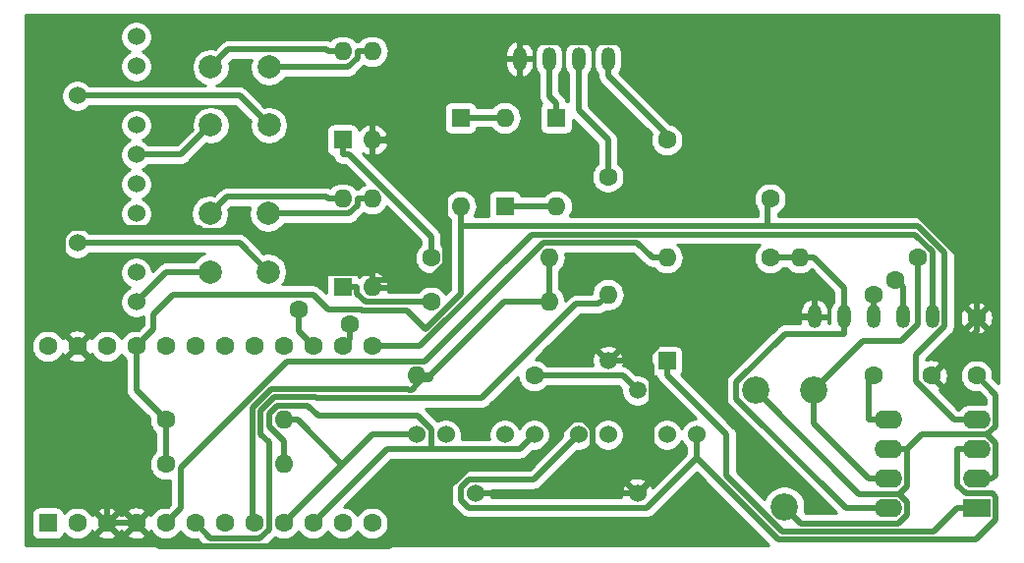
<source format=gbr>
G04 #@! TF.GenerationSoftware,KiCad,Pcbnew,5.1.2-f72e74a~84~ubuntu18.04.1*
G04 #@! TF.CreationDate,2019-05-03T13:28:02+03:00*
G04 #@! TF.ProjectId,manipulyator-v3,6d616e69-7075-46c7-9961-746f722d7633,rev?*
G04 #@! TF.SameCoordinates,Original*
G04 #@! TF.FileFunction,Copper,L2,Bot*
G04 #@! TF.FilePolarity,Positive*
%FSLAX45Y45*%
G04 Gerber Fmt 4.5, Leading zero omitted, Abs format (unit mm)*
G04 Created by KiCad (PCBNEW 5.1.2-f72e74a~84~ubuntu18.04.1) date 2019-05-03 13:28:02*
%MOMM*%
%LPD*%
G04 APERTURE LIST*
%ADD10O,1.200000X2.000000*%
%ADD11R,1.600000X1.600000*%
%ADD12C,1.600000*%
%ADD13O,1.600000X1.600000*%
%ADD14C,1.524000*%
%ADD15C,2.000000*%
%ADD16C,2.340000*%
%ADD17C,1.500000*%
%ADD18R,1.500000X1.500000*%
%ADD19R,2.400000X1.600000*%
%ADD20O,2.400000X1.600000*%
%ADD21C,0.500000*%
%ADD22C,0.254000*%
G04 APERTURE END LIST*
D10*
X18923000Y-6858000D03*
X19177000Y-6858000D03*
X19431000Y-6858000D03*
X19685000Y-6858000D03*
X19939000Y-6858000D03*
D11*
X12319000Y-8636000D03*
D12*
X12573000Y-8636000D03*
X12827000Y-8636000D03*
X13081000Y-8636000D03*
X13335000Y-8636000D03*
X13589000Y-8636000D03*
X13843000Y-8636000D03*
X14097000Y-8636000D03*
X14351000Y-8636000D03*
X14605000Y-8636000D03*
X14859000Y-8636000D03*
X15113000Y-8636000D03*
X15113000Y-7112000D03*
X14859000Y-7112000D03*
X14605000Y-7112000D03*
X14351000Y-7112000D03*
X14097000Y-7112000D03*
X13843000Y-7112000D03*
X13589000Y-7112000D03*
X13335000Y-7112000D03*
X13081000Y-7112000D03*
X12827000Y-7112000D03*
X12573000Y-7112000D03*
X12319000Y-7112000D03*
D13*
X14859000Y-5842000D03*
X15113000Y-6604000D03*
X15113000Y-5842000D03*
D11*
X14859000Y-6604000D03*
D13*
X14859000Y-4572000D03*
X15113000Y-5334000D03*
X15113000Y-4572000D03*
D11*
X14859000Y-5334000D03*
D13*
X16637000Y-6731000D03*
D12*
X15621000Y-6731000D03*
D13*
X16637000Y-6350000D03*
D12*
X15621000Y-6350000D03*
D14*
X12573000Y-6223000D03*
X13081000Y-5715000D03*
X13081000Y-5969000D03*
X13081000Y-6477000D03*
X13081000Y-6731000D03*
X12573000Y-4953000D03*
X13081000Y-4445000D03*
X13081000Y-4699000D03*
X13081000Y-5207000D03*
X13081000Y-5461000D03*
X17399000Y-8382000D03*
X16891000Y-7874000D03*
X17145000Y-7874000D03*
X17653000Y-7874000D03*
X17907000Y-7874000D03*
D15*
X13716000Y-6469000D03*
X14216000Y-6469000D03*
X14216000Y-5969000D03*
X13716000Y-5969000D03*
X13724000Y-5207000D03*
X14224000Y-5207000D03*
X14224000Y-4707000D03*
X13724000Y-4707000D03*
D14*
X16510000Y-7874000D03*
X16256000Y-7874000D03*
X15748000Y-7874000D03*
X15494000Y-7874000D03*
X16002000Y-8382000D03*
D16*
X18415000Y-7493000D03*
X18665000Y-8493000D03*
X18915000Y-7493000D03*
D13*
X14351000Y-7747000D03*
D12*
X13335000Y-7747000D03*
D11*
X16700500Y-5143500D03*
D13*
X16700500Y-5905500D03*
D10*
X16383000Y-4635500D03*
X16637000Y-4635500D03*
X16891000Y-4635500D03*
X17145000Y-4635500D03*
D12*
X19931000Y-7366000D03*
X19431000Y-7366000D03*
X20320000Y-7366000D03*
X20320000Y-6866000D03*
D11*
X15875000Y-5143500D03*
D13*
X15875000Y-5905500D03*
X16256000Y-5143500D03*
D11*
X16256000Y-5905500D03*
D17*
X17399000Y-7493000D03*
X17145000Y-7239000D03*
D18*
X17653000Y-7239000D03*
D13*
X14351000Y-8128000D03*
D12*
X13335000Y-8128000D03*
X17145000Y-5651500D03*
D13*
X17145000Y-6667500D03*
X17653000Y-6350000D03*
D12*
X17653000Y-5334000D03*
X16510000Y-7366000D03*
D13*
X15494000Y-7366000D03*
D12*
X19812000Y-6350000D03*
D13*
X18796000Y-6350000D03*
D19*
X20320000Y-8509000D03*
D20*
X19558000Y-7747000D03*
X20320000Y-8255000D03*
X19558000Y-8001000D03*
X20320000Y-8001000D03*
X19558000Y-8255000D03*
X20320000Y-7747000D03*
X19558000Y-8509000D03*
D12*
X19431000Y-6667500D03*
X14478000Y-6794500D03*
X19621500Y-6540500D03*
X14922500Y-6921500D03*
X18542000Y-5842000D03*
X18542000Y-6350000D03*
D21*
X16700500Y-5143500D02*
X16700500Y-5018470D01*
X16637000Y-4635500D02*
X16637000Y-4954970D01*
X16637000Y-4954970D02*
X16700500Y-5018470D01*
X16256000Y-5905500D02*
X16700500Y-5905500D01*
X19431000Y-6858000D02*
X19431000Y-6667500D01*
X14478000Y-6985000D02*
X14605000Y-7112000D01*
X14478000Y-6794500D02*
X14478000Y-6985000D01*
X19685000Y-6858000D02*
X19685000Y-6604000D01*
X19685000Y-6604000D02*
X19621500Y-6540500D01*
X14922500Y-7048500D02*
X14859000Y-7112000D01*
X14922500Y-6921500D02*
X14922500Y-7048500D01*
X19939000Y-6858000D02*
X19939000Y-6296520D01*
X19939000Y-6296520D02*
X19790080Y-6147600D01*
X19790080Y-6147600D02*
X16489750Y-6147600D01*
X16489750Y-6147600D02*
X15525350Y-7112000D01*
X15525350Y-7112000D02*
X15113000Y-7112000D01*
X17145000Y-5334000D02*
X17145000Y-5651500D01*
X16891000Y-4635500D02*
X16891000Y-5080000D01*
X16891000Y-5080000D02*
X17145000Y-5334000D01*
X17653000Y-5334000D02*
X17653000Y-5288530D01*
X17653000Y-5288530D02*
X17145000Y-4780530D01*
X17145000Y-4635500D02*
X17145000Y-4780530D01*
X14351000Y-8128000D02*
X14351000Y-7929010D01*
X14351000Y-7929010D02*
X14223990Y-7802000D01*
X14223990Y-7802000D02*
X14223990Y-7696500D01*
X14223990Y-7696500D02*
X14299520Y-7620970D01*
X14299520Y-7620970D02*
X14559770Y-7620970D01*
X14559770Y-7620970D02*
X14650790Y-7711990D01*
X14650790Y-7711990D02*
X15508840Y-7711990D01*
X15508840Y-7711990D02*
X15621000Y-7824150D01*
X15621000Y-7824150D02*
X15621000Y-7998450D01*
X15621000Y-7998450D02*
X15242550Y-7998450D01*
X15242550Y-7998450D02*
X14605000Y-8636000D01*
X16510000Y-7874000D02*
X16385550Y-7998450D01*
X16385550Y-7998450D02*
X15621000Y-7998450D01*
X14858020Y-8128980D02*
X15113000Y-7874000D01*
X15113000Y-7874000D02*
X15494000Y-7874000D01*
X14351000Y-8636000D02*
X14858020Y-8128980D01*
X14858020Y-8128980D02*
X14476030Y-7747000D01*
X14351000Y-7747000D02*
X14476030Y-7747000D01*
X20320000Y-6866000D02*
X20320000Y-6479410D01*
X20320000Y-6479410D02*
X18331060Y-4490470D01*
X18331060Y-4490470D02*
X16383000Y-4490470D01*
X17484010Y-7239000D02*
X17523460Y-7278450D01*
X17523460Y-7278450D02*
X17523460Y-8257540D01*
X17523460Y-8257540D02*
X17399000Y-8382000D01*
X17145000Y-7239000D02*
X17484010Y-7239000D01*
X18923000Y-6858000D02*
X17819830Y-6858000D01*
X17819830Y-6858000D02*
X17484010Y-7193820D01*
X17484010Y-7193820D02*
X17484010Y-7239000D01*
X19931000Y-7366000D02*
X20320000Y-6977000D01*
X20320000Y-6977000D02*
X20320000Y-6866000D01*
X16383000Y-4635500D02*
X16383000Y-4490470D01*
X15238030Y-5334000D02*
X15936530Y-4635500D01*
X15936530Y-4635500D02*
X16383000Y-4635500D01*
X15113000Y-6541480D02*
X15611220Y-6541480D01*
X15611220Y-6541480D02*
X15746170Y-6406530D01*
X15746170Y-6406530D02*
X15746170Y-5842140D01*
X15746170Y-5842140D02*
X15238030Y-5334000D01*
X15113000Y-6541480D02*
X15113000Y-6478970D01*
X15113000Y-6604000D02*
X15113000Y-6541480D01*
X15113000Y-5334000D02*
X15238030Y-5334000D01*
X17012460Y-8382000D02*
X17399000Y-8382000D01*
X16002000Y-8382000D02*
X17012460Y-8382000D01*
X17012460Y-8382000D02*
X17012460Y-7823790D01*
X17012460Y-7823790D02*
X16936100Y-7747430D01*
X16936100Y-7747430D02*
X16844590Y-7747430D01*
X16844590Y-7747430D02*
X16487190Y-8104830D01*
X16487190Y-8104830D02*
X15998980Y-8104830D01*
X15998980Y-8104830D02*
X15265030Y-8838780D01*
X15265030Y-8838780D02*
X13283780Y-8838780D01*
X13283780Y-8838780D02*
X13081000Y-8636000D01*
X12827000Y-8636000D02*
X12827000Y-7366000D01*
X12827000Y-7366000D02*
X12573000Y-7112000D01*
X13081000Y-8636000D02*
X12827000Y-8636000D01*
X13646400Y-6114000D02*
X14115000Y-6114000D01*
X13628400Y-6096000D02*
X13646400Y-6114000D01*
X12520624Y-6096000D02*
X13628400Y-6096000D01*
X12451800Y-6164824D02*
X12520624Y-6096000D01*
X12573000Y-7112000D02*
X12451800Y-6990800D01*
X12451800Y-6990800D02*
X12451800Y-6164824D01*
X14115000Y-6114000D02*
X14479970Y-6478970D01*
X15113000Y-6478970D02*
X14479970Y-6478970D01*
X14479970Y-6478970D02*
X14463210Y-6478970D01*
X19392970Y-7747000D02*
X19392970Y-7404030D01*
X19392970Y-7404030D02*
X19431000Y-7366000D01*
X19558000Y-7747000D02*
X19392970Y-7747000D01*
X19656420Y-8383740D02*
X19305740Y-8383740D01*
X19305740Y-8383740D02*
X18415000Y-7493000D01*
X19723030Y-8001000D02*
X19850030Y-7874000D01*
X19850030Y-7874000D02*
X20411280Y-7874000D01*
X19723030Y-8001000D02*
X19723030Y-8317130D01*
X19723030Y-8317130D02*
X19656420Y-8383740D01*
X18665000Y-8493000D02*
X18811390Y-8639390D01*
X18811390Y-8639390D02*
X19645560Y-8639390D01*
X19645560Y-8639390D02*
X19723590Y-8561360D01*
X19723590Y-8561360D02*
X19723590Y-8450910D01*
X19723590Y-8450910D02*
X19656420Y-8383740D01*
X20411280Y-7874000D02*
X20486130Y-7799150D01*
X20486130Y-7799150D02*
X20486130Y-7532130D01*
X20486130Y-7532130D02*
X20320000Y-7366000D01*
X19558000Y-8001000D02*
X19723030Y-8001000D01*
X20320000Y-8255000D02*
X20452230Y-8255000D01*
X20411280Y-7874000D02*
X20485030Y-7947750D01*
X20485030Y-7947750D02*
X20485030Y-8222200D01*
X20485030Y-8222200D02*
X20452230Y-8255000D01*
X20320000Y-7747000D02*
X20129450Y-7747000D01*
X20129450Y-7747000D02*
X19799220Y-7416770D01*
X19799220Y-7416770D02*
X19799220Y-7186580D01*
X19799220Y-7186580D02*
X20046090Y-6939710D01*
X20046090Y-6939710D02*
X20046090Y-6304560D01*
X20046090Y-6304560D02*
X19817390Y-6075860D01*
X15875000Y-6075860D02*
X15875000Y-6658160D01*
X15875000Y-6658160D02*
X15571410Y-6961750D01*
X13231250Y-6961750D02*
X13081000Y-7112000D01*
X19177000Y-7003020D02*
X19177000Y-7003030D01*
X18671910Y-7003030D02*
X19177000Y-7003030D01*
X18251430Y-7423510D02*
X18671910Y-7003030D01*
X18251430Y-7561930D02*
X18251430Y-7423510D01*
X19198500Y-8509000D02*
X18251430Y-7561930D01*
X19558000Y-8509000D02*
X19198500Y-8509000D01*
X19177000Y-6858000D02*
X19177000Y-7003020D01*
X15875000Y-5905500D02*
X15875000Y-6075860D01*
X19177000Y-6785480D02*
X19177000Y-6605970D01*
X19177000Y-6605970D02*
X18921030Y-6350000D01*
X19177000Y-6821740D02*
X19177000Y-6858000D01*
X13335000Y-7747000D02*
X13335000Y-8128000D01*
X13335000Y-7747000D02*
X13081000Y-7493000D01*
X13081000Y-7493000D02*
X13081000Y-7112000D01*
X18796000Y-6350000D02*
X18822520Y-6350000D01*
X19177000Y-6821740D02*
X19177000Y-6785480D01*
X18858520Y-6350000D02*
X18921030Y-6350000D01*
X18858520Y-6350000D02*
X18822520Y-6350000D01*
X13231250Y-6961750D02*
X13231250Y-6834750D01*
X13231250Y-6834750D02*
X13398500Y-6667500D01*
X13398500Y-6667500D02*
X14605000Y-6667500D01*
X14605000Y-6667500D02*
X14732000Y-6794500D01*
X15020834Y-6794500D02*
X15027335Y-6801001D01*
X14732000Y-6794500D02*
X15020834Y-6794500D01*
X15410661Y-6801001D02*
X15571410Y-6961750D01*
X15027335Y-6801001D02*
X15410661Y-6801001D01*
X18521860Y-5862140D02*
X18542000Y-5842000D01*
X18521860Y-6075860D02*
X18521860Y-5862140D01*
X18521860Y-6075860D02*
X15875000Y-6075860D01*
X19817390Y-6075860D02*
X18521860Y-6075860D01*
X18542000Y-6350000D02*
X18796000Y-6350000D01*
X16256000Y-5143500D02*
X15875000Y-5143500D01*
X16510000Y-7366000D02*
X17272000Y-7366000D01*
X17272000Y-7366000D02*
X17399000Y-7493000D01*
X17653000Y-7239000D02*
X17653000Y-7359030D01*
X20320000Y-8509000D02*
X20154970Y-8509000D01*
X20154970Y-8509000D02*
X19954150Y-8709820D01*
X19954150Y-8709820D02*
X18649120Y-8709820D01*
X18649120Y-8709820D02*
X18167120Y-8227820D01*
X18167120Y-8227820D02*
X18167120Y-7873150D01*
X18167120Y-7873150D02*
X17653000Y-7359030D01*
X16060730Y-7559300D02*
X14632140Y-7559300D01*
X14632140Y-7559300D02*
X14623780Y-7550940D01*
X14623780Y-7550940D02*
X14270500Y-7550940D01*
X14270500Y-7550940D02*
X14153960Y-7667480D01*
X14153960Y-7667480D02*
X14153960Y-7866050D01*
X14153960Y-7866050D02*
X14223990Y-7936080D01*
X14223990Y-7936080D02*
X14223990Y-8689490D01*
X14223990Y-8689490D02*
X14147600Y-8765880D01*
X14147600Y-8765880D02*
X13718880Y-8765880D01*
X13718880Y-8765880D02*
X13589000Y-8636000D01*
X16872530Y-6747500D02*
X16060730Y-7559300D01*
X17065000Y-6747500D02*
X16872530Y-6747500D01*
X17145000Y-6667500D02*
X17065000Y-6747500D01*
X17653000Y-6350000D02*
X17527970Y-6350000D01*
X17527970Y-6350000D02*
X17398590Y-6220620D01*
X17398590Y-6220620D02*
X16588030Y-6220620D01*
X16588030Y-6220620D02*
X15567730Y-7240920D01*
X15567730Y-7240920D02*
X14377240Y-7240920D01*
X14377240Y-7240920D02*
X13463960Y-8154200D01*
X13463960Y-8154200D02*
X13463960Y-8507040D01*
X13463960Y-8507040D02*
X13335000Y-8636000D01*
X14097000Y-8636000D02*
X14083930Y-8622930D01*
X14083930Y-8622930D02*
X14083930Y-7638460D01*
X14083930Y-7638460D02*
X14241480Y-7480910D01*
X14241480Y-7480910D02*
X15425050Y-7480910D01*
X15425050Y-7480910D02*
X15431150Y-7487010D01*
X15431150Y-7487010D02*
X15451850Y-7487010D01*
X15451850Y-7487010D02*
X15538600Y-7400260D01*
X15538600Y-7400260D02*
X15604400Y-7400260D01*
X15604400Y-7400260D02*
X15619030Y-7385630D01*
X15619030Y-7385630D02*
X15619030Y-7366000D01*
X16511970Y-6731000D02*
X16254030Y-6731000D01*
X16254030Y-6731000D02*
X15619030Y-7366000D01*
X16637000Y-6731000D02*
X16637000Y-6350000D01*
X16574490Y-6731000D02*
X16637000Y-6731000D01*
X15556520Y-7366000D02*
X15494000Y-7366000D01*
X16574490Y-6731000D02*
X16511970Y-6731000D01*
X15556520Y-7366000D02*
X15619030Y-7366000D01*
X18915000Y-7493000D02*
X19345400Y-7062600D01*
X19345400Y-7062600D02*
X19674230Y-7062600D01*
X19674230Y-7062600D02*
X19812000Y-6924830D01*
X19812000Y-6924830D02*
X19812000Y-6350000D01*
X19392970Y-8255000D02*
X18915000Y-7777030D01*
X18915000Y-7777030D02*
X18915000Y-7493000D01*
X19558000Y-8255000D02*
X19392970Y-8255000D01*
X13724000Y-5207000D02*
X13470000Y-5461000D01*
X13470000Y-5461000D02*
X13081000Y-5461000D01*
X14224000Y-5207000D02*
X13970000Y-4953000D01*
X13970000Y-4953000D02*
X12573000Y-4953000D01*
X14987970Y-4572000D02*
X14987970Y-4626390D01*
X14987970Y-4626390D02*
X14907360Y-4707000D01*
X14907360Y-4707000D02*
X14224000Y-4707000D01*
X15113000Y-4572000D02*
X14987970Y-4572000D01*
X13724000Y-4707000D02*
X13876540Y-4554460D01*
X13876540Y-4554460D02*
X14716430Y-4554460D01*
X14716430Y-4554460D02*
X14733970Y-4572000D01*
X14859000Y-4572000D02*
X14733970Y-4572000D01*
X13081000Y-6731000D02*
X13343000Y-6469000D01*
X13343000Y-6469000D02*
X13716000Y-6469000D01*
X14216000Y-6469000D02*
X13970000Y-6223000D01*
X13970000Y-6223000D02*
X12573000Y-6223000D01*
X15113000Y-5842000D02*
X14987970Y-5842000D01*
X14216000Y-5969000D02*
X14915360Y-5969000D01*
X14915360Y-5969000D02*
X14987970Y-5896390D01*
X14987970Y-5896390D02*
X14987970Y-5842000D01*
X13716000Y-5969000D02*
X13861440Y-5823560D01*
X13861440Y-5823560D02*
X14715530Y-5823560D01*
X14715530Y-5823560D02*
X14733970Y-5842000D01*
X14859000Y-5842000D02*
X14733970Y-5842000D01*
X17907000Y-8075710D02*
X17479480Y-8503230D01*
X17479480Y-8503230D02*
X15945030Y-8503230D01*
X15945030Y-8503230D02*
X15880750Y-8438950D01*
X15880750Y-8438950D02*
X15880750Y-8326850D01*
X15880750Y-8326850D02*
X15946840Y-8260760D01*
X15946840Y-8260760D02*
X16504240Y-8260760D01*
X16504240Y-8260760D02*
X16891000Y-7874000D01*
X17907000Y-7874000D02*
X17907000Y-8075710D01*
X17907000Y-8075710D02*
X18611570Y-8780280D01*
X18611570Y-8780280D02*
X20312420Y-8780280D01*
X20312420Y-8780280D02*
X20485040Y-8607660D01*
X20485040Y-8607660D02*
X20485040Y-8410210D01*
X20485040Y-8410210D02*
X20456830Y-8382000D01*
X20456830Y-8382000D02*
X20226980Y-8382000D01*
X20226980Y-8382000D02*
X20154970Y-8309990D01*
X20154970Y-8309990D02*
X20154970Y-8001000D01*
X20320000Y-8001000D02*
X20154970Y-8001000D01*
X14859000Y-5334000D02*
X14859000Y-5459030D01*
X15621000Y-6350000D02*
X15621000Y-6166330D01*
X15621000Y-6166330D02*
X14913700Y-5459030D01*
X14913700Y-5459030D02*
X14859000Y-5459030D01*
X14859000Y-6604000D02*
X14984030Y-6604000D01*
X15621000Y-6731000D02*
X15056330Y-6731000D01*
X15056330Y-6731000D02*
X14984030Y-6658700D01*
X14984030Y-6658700D02*
X14984030Y-6604000D01*
D22*
G36*
X20508000Y-7428842D02*
G01*
X20462802Y-7383644D01*
X20463500Y-7380133D01*
X20463500Y-7351866D01*
X20457985Y-7324143D01*
X20447168Y-7298027D01*
X20431464Y-7274524D01*
X20411476Y-7254536D01*
X20387973Y-7238832D01*
X20361857Y-7228015D01*
X20334134Y-7222500D01*
X20305867Y-7222500D01*
X20278143Y-7228015D01*
X20252027Y-7238832D01*
X20228524Y-7254536D01*
X20208536Y-7274524D01*
X20192832Y-7298027D01*
X20182015Y-7324143D01*
X20176500Y-7351866D01*
X20176500Y-7380133D01*
X20182015Y-7407857D01*
X20192832Y-7433973D01*
X20208536Y-7457476D01*
X20228524Y-7477464D01*
X20252027Y-7493168D01*
X20278143Y-7503985D01*
X20305867Y-7509500D01*
X20334134Y-7509500D01*
X20337644Y-7508802D01*
X20397630Y-7568788D01*
X20397630Y-7608458D01*
X20388131Y-7605576D01*
X20367049Y-7603500D01*
X20272951Y-7603500D01*
X20251869Y-7605576D01*
X20224819Y-7613782D01*
X20199890Y-7627107D01*
X20178039Y-7645039D01*
X20166992Y-7658500D01*
X20166108Y-7658500D01*
X20000019Y-7492411D01*
X20005151Y-7489667D01*
X20012310Y-7465270D01*
X19931000Y-7383960D01*
X19929586Y-7385375D01*
X19911625Y-7367414D01*
X19913040Y-7366000D01*
X19948961Y-7366000D01*
X20030270Y-7447310D01*
X20054667Y-7440151D01*
X20066757Y-7414600D01*
X20073630Y-7387182D01*
X20075022Y-7358949D01*
X20070879Y-7330987D01*
X20061360Y-7304371D01*
X20054667Y-7291849D01*
X20030270Y-7284690D01*
X19948961Y-7366000D01*
X19913040Y-7366000D01*
X19911625Y-7364586D01*
X19929586Y-7346625D01*
X19931000Y-7348039D01*
X20012310Y-7266730D01*
X20005151Y-7242333D01*
X19979600Y-7230243D01*
X19952182Y-7223370D01*
X19923949Y-7221978D01*
X19895987Y-7226121D01*
X19887720Y-7229078D01*
X19887720Y-7223238D01*
X20105595Y-7005363D01*
X20108972Y-7002592D01*
X20111842Y-6999094D01*
X20119738Y-6989473D01*
X20120031Y-6989116D01*
X20128249Y-6973741D01*
X20130819Y-6965270D01*
X20238690Y-6965270D01*
X20245849Y-6989667D01*
X20271400Y-7001757D01*
X20298818Y-7008630D01*
X20327051Y-7010022D01*
X20355013Y-7005879D01*
X20381629Y-6996360D01*
X20394151Y-6989667D01*
X20401310Y-6965270D01*
X20320000Y-6883960D01*
X20238690Y-6965270D01*
X20130819Y-6965270D01*
X20133310Y-6957059D01*
X20134590Y-6944058D01*
X20134590Y-6944057D01*
X20135018Y-6939710D01*
X20134590Y-6935363D01*
X20134590Y-6873051D01*
X20175978Y-6873051D01*
X20180121Y-6901013D01*
X20189640Y-6927629D01*
X20196333Y-6940151D01*
X20220730Y-6947310D01*
X20302040Y-6866000D01*
X20337961Y-6866000D01*
X20419270Y-6947310D01*
X20443667Y-6940151D01*
X20455757Y-6914600D01*
X20462630Y-6887182D01*
X20464022Y-6858949D01*
X20459879Y-6830987D01*
X20450360Y-6804371D01*
X20443667Y-6791849D01*
X20419270Y-6784690D01*
X20337961Y-6866000D01*
X20302040Y-6866000D01*
X20220730Y-6784690D01*
X20196333Y-6791849D01*
X20184243Y-6817400D01*
X20177370Y-6844818D01*
X20175978Y-6873051D01*
X20134590Y-6873051D01*
X20134590Y-6766730D01*
X20238690Y-6766730D01*
X20320000Y-6848039D01*
X20401310Y-6766730D01*
X20394151Y-6742333D01*
X20368600Y-6730243D01*
X20341182Y-6723370D01*
X20312949Y-6721978D01*
X20284987Y-6726121D01*
X20258371Y-6735640D01*
X20245849Y-6742333D01*
X20238690Y-6766730D01*
X20134590Y-6766730D01*
X20134590Y-6308906D01*
X20135018Y-6304560D01*
X20134590Y-6300213D01*
X20134590Y-6300212D01*
X20133310Y-6287211D01*
X20128249Y-6270529D01*
X20120031Y-6255154D01*
X20108972Y-6241678D01*
X20105595Y-6238907D01*
X19883043Y-6016356D01*
X19880272Y-6012978D01*
X19866796Y-6001919D01*
X19851421Y-5993701D01*
X19834739Y-5988640D01*
X19821738Y-5987360D01*
X19821737Y-5987360D01*
X19817390Y-5986932D01*
X19813043Y-5987360D01*
X18610360Y-5987360D01*
X18610360Y-5968909D01*
X18633476Y-5953464D01*
X18653464Y-5933476D01*
X18669168Y-5909973D01*
X18679985Y-5883857D01*
X18685500Y-5856133D01*
X18685500Y-5827866D01*
X18679985Y-5800143D01*
X18669168Y-5774027D01*
X18653464Y-5750524D01*
X18633476Y-5730536D01*
X18609973Y-5714832D01*
X18583857Y-5704015D01*
X18556134Y-5698500D01*
X18527867Y-5698500D01*
X18500143Y-5704015D01*
X18474027Y-5714832D01*
X18450524Y-5730536D01*
X18430536Y-5750524D01*
X18414832Y-5774027D01*
X18404015Y-5800143D01*
X18398500Y-5827866D01*
X18398500Y-5856133D01*
X18404015Y-5883857D01*
X18414832Y-5909973D01*
X18430536Y-5933476D01*
X18433360Y-5936300D01*
X18433360Y-5987360D01*
X16818957Y-5987360D01*
X16820393Y-5985610D01*
X16833718Y-5960681D01*
X16841924Y-5933631D01*
X16844694Y-5905500D01*
X16841924Y-5877369D01*
X16833718Y-5850319D01*
X16820393Y-5825390D01*
X16802461Y-5803539D01*
X16780610Y-5785607D01*
X16755681Y-5772282D01*
X16728631Y-5764076D01*
X16707549Y-5762000D01*
X16693451Y-5762000D01*
X16672369Y-5764076D01*
X16645319Y-5772282D01*
X16620390Y-5785607D01*
X16598539Y-5803539D01*
X16587492Y-5817000D01*
X16398970Y-5817000D01*
X16398581Y-5813052D01*
X16394950Y-5801082D01*
X16389054Y-5790051D01*
X16381118Y-5780381D01*
X16371449Y-5772446D01*
X16360418Y-5766550D01*
X16348448Y-5762919D01*
X16336000Y-5761693D01*
X16176000Y-5761693D01*
X16163552Y-5762919D01*
X16151582Y-5766550D01*
X16140551Y-5772446D01*
X16130881Y-5780381D01*
X16122946Y-5790051D01*
X16117050Y-5801082D01*
X16113419Y-5813052D01*
X16112193Y-5825500D01*
X16112193Y-5985500D01*
X16112376Y-5987360D01*
X15993457Y-5987360D01*
X15994893Y-5985610D01*
X16008218Y-5960681D01*
X16016424Y-5933631D01*
X16019194Y-5905500D01*
X16016424Y-5877369D01*
X16008218Y-5850319D01*
X15994893Y-5825390D01*
X15976961Y-5803539D01*
X15955110Y-5785607D01*
X15930181Y-5772282D01*
X15903131Y-5764076D01*
X15882049Y-5762000D01*
X15867951Y-5762000D01*
X15846869Y-5764076D01*
X15819819Y-5772282D01*
X15794890Y-5785607D01*
X15773039Y-5803539D01*
X15755107Y-5825390D01*
X15741782Y-5850319D01*
X15733576Y-5877369D01*
X15730806Y-5905500D01*
X15733576Y-5933631D01*
X15741782Y-5960681D01*
X15755107Y-5985610D01*
X15773039Y-6007461D01*
X15786500Y-6018508D01*
X15786500Y-6071511D01*
X15786072Y-6075860D01*
X15786500Y-6080208D01*
X15786500Y-6621502D01*
X15746889Y-6661113D01*
X15732464Y-6639524D01*
X15712476Y-6619536D01*
X15688973Y-6603832D01*
X15662857Y-6593015D01*
X15635133Y-6587500D01*
X15606866Y-6587500D01*
X15579143Y-6593015D01*
X15553027Y-6603832D01*
X15529524Y-6619536D01*
X15509536Y-6639524D01*
X15507548Y-6642500D01*
X15250903Y-6642500D01*
X15252191Y-6638904D01*
X15240062Y-6616700D01*
X15125700Y-6616700D01*
X15125700Y-6618700D01*
X15100300Y-6618700D01*
X15100300Y-6616700D01*
X15098300Y-6616700D01*
X15098300Y-6591300D01*
X15100300Y-6591300D01*
X15100300Y-6477008D01*
X15125700Y-6477008D01*
X15125700Y-6591300D01*
X15240062Y-6591300D01*
X15252191Y-6569096D01*
X15242707Y-6542612D01*
X15228238Y-6518487D01*
X15209341Y-6497648D01*
X15186742Y-6480896D01*
X15161309Y-6468875D01*
X15147904Y-6464810D01*
X15125700Y-6477008D01*
X15100300Y-6477008D01*
X15078096Y-6464810D01*
X15064691Y-6468875D01*
X15039258Y-6480896D01*
X15016659Y-6497648D01*
X15001823Y-6514008D01*
X15001581Y-6511552D01*
X14997950Y-6499582D01*
X14992054Y-6488551D01*
X14984118Y-6478881D01*
X14974449Y-6470946D01*
X14963418Y-6465050D01*
X14951448Y-6461419D01*
X14939000Y-6460193D01*
X14779000Y-6460193D01*
X14766552Y-6461419D01*
X14754582Y-6465050D01*
X14743551Y-6470946D01*
X14733881Y-6478881D01*
X14725946Y-6488551D01*
X14720050Y-6499582D01*
X14716419Y-6511552D01*
X14715193Y-6524000D01*
X14715193Y-6652535D01*
X14670653Y-6607996D01*
X14667882Y-6604618D01*
X14654406Y-6593559D01*
X14639031Y-6585341D01*
X14622349Y-6580280D01*
X14609348Y-6579000D01*
X14609347Y-6579000D01*
X14605000Y-6578572D01*
X14600653Y-6579000D01*
X14337224Y-6579000D01*
X14342999Y-6573225D01*
X14360892Y-6546446D01*
X14373217Y-6516691D01*
X14379500Y-6485103D01*
X14379500Y-6452897D01*
X14373217Y-6421309D01*
X14360892Y-6391554D01*
X14342999Y-6364775D01*
X14320225Y-6342001D01*
X14293446Y-6324108D01*
X14263691Y-6311783D01*
X14232103Y-6305500D01*
X14199897Y-6305500D01*
X14181347Y-6309190D01*
X14035653Y-6163496D01*
X14032882Y-6160118D01*
X14019406Y-6149059D01*
X14004031Y-6140841D01*
X13987349Y-6135780D01*
X13974348Y-6134500D01*
X13974347Y-6134500D01*
X13970000Y-6134072D01*
X13965653Y-6134500D01*
X12681882Y-6134500D01*
X12681512Y-6133946D01*
X12662053Y-6114488D01*
X12639173Y-6099199D01*
X12613749Y-6088669D01*
X12586759Y-6083300D01*
X12559241Y-6083300D01*
X12532251Y-6088669D01*
X12506827Y-6099199D01*
X12483946Y-6114488D01*
X12464488Y-6133946D01*
X12449199Y-6156827D01*
X12438669Y-6182251D01*
X12433300Y-6209241D01*
X12433300Y-6236759D01*
X12438669Y-6263749D01*
X12449199Y-6289173D01*
X12464488Y-6312053D01*
X12483946Y-6331512D01*
X12506827Y-6346800D01*
X12532251Y-6357331D01*
X12559241Y-6362700D01*
X12586759Y-6362700D01*
X12613749Y-6357331D01*
X12639173Y-6346800D01*
X12662053Y-6331512D01*
X12681512Y-6312053D01*
X12681882Y-6311500D01*
X13669732Y-6311500D01*
X13668309Y-6311783D01*
X13638554Y-6324108D01*
X13611775Y-6342001D01*
X13589001Y-6364775D01*
X13578494Y-6380500D01*
X13347347Y-6380500D01*
X13343000Y-6380072D01*
X13338653Y-6380500D01*
X13338652Y-6380500D01*
X13325651Y-6381780D01*
X13308969Y-6386841D01*
X13293594Y-6395059D01*
X13283495Y-6403347D01*
X13283495Y-6403347D01*
X13280118Y-6406118D01*
X13277347Y-6409495D01*
X13220700Y-6466142D01*
X13220700Y-6463241D01*
X13215331Y-6436251D01*
X13204800Y-6410827D01*
X13189512Y-6387946D01*
X13170053Y-6368488D01*
X13147173Y-6353199D01*
X13121749Y-6342669D01*
X13094759Y-6337300D01*
X13067241Y-6337300D01*
X13040251Y-6342669D01*
X13014827Y-6353199D01*
X12991946Y-6368488D01*
X12972488Y-6387946D01*
X12957199Y-6410827D01*
X12946669Y-6436251D01*
X12941300Y-6463241D01*
X12941300Y-6490759D01*
X12946669Y-6517749D01*
X12957199Y-6543173D01*
X12972488Y-6566053D01*
X12991946Y-6585512D01*
X13014827Y-6600800D01*
X13022551Y-6604000D01*
X13014827Y-6607199D01*
X12991946Y-6622488D01*
X12972488Y-6641946D01*
X12957199Y-6664827D01*
X12946669Y-6690251D01*
X12941300Y-6717241D01*
X12941300Y-6744759D01*
X12946669Y-6771749D01*
X12957199Y-6797173D01*
X12972488Y-6820053D01*
X12991946Y-6839512D01*
X13014827Y-6854800D01*
X13040251Y-6865331D01*
X13067241Y-6870700D01*
X13094759Y-6870700D01*
X13121749Y-6865331D01*
X13142750Y-6856632D01*
X13142750Y-6925092D01*
X13098644Y-6969198D01*
X13095133Y-6968500D01*
X13066866Y-6968500D01*
X13039143Y-6974015D01*
X13013027Y-6984832D01*
X12989524Y-7000536D01*
X12969536Y-7020524D01*
X12954000Y-7043776D01*
X12938464Y-7020524D01*
X12918476Y-7000536D01*
X12894973Y-6984832D01*
X12868857Y-6974015D01*
X12841133Y-6968500D01*
X12812866Y-6968500D01*
X12785143Y-6974015D01*
X12759027Y-6984832D01*
X12735524Y-7000536D01*
X12715536Y-7020524D01*
X12699908Y-7043913D01*
X12696667Y-7037849D01*
X12672270Y-7030690D01*
X12590960Y-7112000D01*
X12672270Y-7193310D01*
X12696667Y-7186151D01*
X12699719Y-7179701D01*
X12699832Y-7179973D01*
X12715536Y-7203476D01*
X12735524Y-7223464D01*
X12759027Y-7239168D01*
X12785143Y-7249985D01*
X12812866Y-7255500D01*
X12841133Y-7255500D01*
X12868857Y-7249985D01*
X12894973Y-7239168D01*
X12918476Y-7223464D01*
X12938464Y-7203476D01*
X12954000Y-7180224D01*
X12969536Y-7203476D01*
X12989524Y-7223464D01*
X12992500Y-7225452D01*
X12992500Y-7488653D01*
X12992072Y-7493000D01*
X12992500Y-7497347D01*
X12992500Y-7497348D01*
X12993154Y-7503989D01*
X12993780Y-7510349D01*
X12995125Y-7514781D01*
X12998841Y-7527031D01*
X13007059Y-7542406D01*
X13018118Y-7555882D01*
X13021495Y-7558653D01*
X13192198Y-7729356D01*
X13191500Y-7732866D01*
X13191500Y-7761133D01*
X13197015Y-7788857D01*
X13207832Y-7814973D01*
X13223536Y-7838476D01*
X13243524Y-7858464D01*
X13246500Y-7860452D01*
X13246500Y-8014548D01*
X13243524Y-8016536D01*
X13223536Y-8036524D01*
X13207832Y-8060027D01*
X13197015Y-8086143D01*
X13191500Y-8113866D01*
X13191500Y-8142133D01*
X13197015Y-8169857D01*
X13207832Y-8195973D01*
X13223536Y-8219476D01*
X13243524Y-8239464D01*
X13267027Y-8255168D01*
X13293143Y-8265985D01*
X13320866Y-8271500D01*
X13349133Y-8271500D01*
X13375460Y-8266263D01*
X13375460Y-8470382D01*
X13352644Y-8493198D01*
X13349133Y-8492500D01*
X13320866Y-8492500D01*
X13293143Y-8498015D01*
X13267027Y-8508832D01*
X13243524Y-8524536D01*
X13223536Y-8544524D01*
X13207908Y-8567913D01*
X13204667Y-8561849D01*
X13180270Y-8554690D01*
X13098960Y-8636000D01*
X13180270Y-8717310D01*
X13204667Y-8710151D01*
X13207719Y-8703701D01*
X13207832Y-8703973D01*
X13223536Y-8727476D01*
X13243524Y-8747464D01*
X13267027Y-8763168D01*
X13293143Y-8773985D01*
X13320866Y-8779500D01*
X13349133Y-8779500D01*
X13376857Y-8773985D01*
X13402973Y-8763168D01*
X13426476Y-8747464D01*
X13446464Y-8727476D01*
X13462000Y-8704224D01*
X13477536Y-8727476D01*
X13497524Y-8747464D01*
X13521027Y-8763168D01*
X13547143Y-8773985D01*
X13574866Y-8779500D01*
X13603133Y-8779500D01*
X13606644Y-8778802D01*
X13651842Y-8824000D01*
X12131000Y-8824000D01*
X12131000Y-8556000D01*
X12175193Y-8556000D01*
X12175193Y-8716000D01*
X12176419Y-8728448D01*
X12180050Y-8740418D01*
X12185946Y-8751449D01*
X12193881Y-8761119D01*
X12203551Y-8769054D01*
X12214582Y-8774950D01*
X12226552Y-8778581D01*
X12239000Y-8779807D01*
X12399000Y-8779807D01*
X12411448Y-8778581D01*
X12423418Y-8774950D01*
X12434449Y-8769054D01*
X12444118Y-8761119D01*
X12452054Y-8751449D01*
X12457950Y-8740418D01*
X12461581Y-8728448D01*
X12461664Y-8727604D01*
X12481524Y-8747464D01*
X12505027Y-8763168D01*
X12531143Y-8773985D01*
X12558866Y-8779500D01*
X12587133Y-8779500D01*
X12614857Y-8773985D01*
X12640973Y-8763168D01*
X12664476Y-8747464D01*
X12676669Y-8735270D01*
X12745690Y-8735270D01*
X12752849Y-8759667D01*
X12778400Y-8771757D01*
X12805818Y-8778630D01*
X12834051Y-8780022D01*
X12862013Y-8775879D01*
X12888629Y-8766360D01*
X12901151Y-8759667D01*
X12908310Y-8735270D01*
X12999690Y-8735270D01*
X13006849Y-8759667D01*
X13032400Y-8771757D01*
X13059818Y-8778630D01*
X13088051Y-8780022D01*
X13116013Y-8775879D01*
X13142629Y-8766360D01*
X13155151Y-8759667D01*
X13162310Y-8735270D01*
X13081000Y-8653961D01*
X12999690Y-8735270D01*
X12908310Y-8735270D01*
X12827000Y-8653961D01*
X12745690Y-8735270D01*
X12676669Y-8735270D01*
X12684464Y-8727476D01*
X12700091Y-8704087D01*
X12703333Y-8710151D01*
X12727730Y-8717310D01*
X12809039Y-8636000D01*
X12844960Y-8636000D01*
X12926270Y-8717310D01*
X12950667Y-8710151D01*
X12953797Y-8703536D01*
X12957333Y-8710151D01*
X12981730Y-8717310D01*
X13063039Y-8636000D01*
X12981730Y-8554690D01*
X12957333Y-8561849D01*
X12954203Y-8568464D01*
X12950667Y-8561849D01*
X12926270Y-8554690D01*
X12844960Y-8636000D01*
X12809039Y-8636000D01*
X12727730Y-8554690D01*
X12703333Y-8561849D01*
X12700281Y-8568299D01*
X12700168Y-8568027D01*
X12684464Y-8544524D01*
X12676669Y-8536730D01*
X12745690Y-8536730D01*
X12827000Y-8618040D01*
X12908310Y-8536730D01*
X12999690Y-8536730D01*
X13081000Y-8618040D01*
X13162310Y-8536730D01*
X13155151Y-8512333D01*
X13129600Y-8500243D01*
X13102182Y-8493370D01*
X13073949Y-8491978D01*
X13045987Y-8496121D01*
X13019371Y-8505640D01*
X13006849Y-8512333D01*
X12999690Y-8536730D01*
X12908310Y-8536730D01*
X12901151Y-8512333D01*
X12875600Y-8500243D01*
X12848182Y-8493370D01*
X12819949Y-8491978D01*
X12791987Y-8496121D01*
X12765371Y-8505640D01*
X12752849Y-8512333D01*
X12745690Y-8536730D01*
X12676669Y-8536730D01*
X12664476Y-8524536D01*
X12640973Y-8508832D01*
X12614857Y-8498015D01*
X12587133Y-8492500D01*
X12558866Y-8492500D01*
X12531143Y-8498015D01*
X12505027Y-8508832D01*
X12481524Y-8524536D01*
X12461664Y-8544396D01*
X12461581Y-8543552D01*
X12457950Y-8531582D01*
X12452054Y-8520551D01*
X12444118Y-8510882D01*
X12434449Y-8502946D01*
X12423418Y-8497050D01*
X12411448Y-8493419D01*
X12399000Y-8492193D01*
X12239000Y-8492193D01*
X12226552Y-8493419D01*
X12214582Y-8497050D01*
X12203551Y-8502946D01*
X12193881Y-8510882D01*
X12185946Y-8520551D01*
X12180050Y-8531582D01*
X12176419Y-8543552D01*
X12175193Y-8556000D01*
X12131000Y-8556000D01*
X12131000Y-7097866D01*
X12175500Y-7097866D01*
X12175500Y-7126133D01*
X12181015Y-7153857D01*
X12191832Y-7179973D01*
X12207536Y-7203476D01*
X12227524Y-7223464D01*
X12251027Y-7239168D01*
X12277143Y-7249985D01*
X12304866Y-7255500D01*
X12333133Y-7255500D01*
X12360857Y-7249985D01*
X12386973Y-7239168D01*
X12410476Y-7223464D01*
X12422669Y-7211270D01*
X12491690Y-7211270D01*
X12498849Y-7235667D01*
X12524400Y-7247757D01*
X12551818Y-7254630D01*
X12580051Y-7256022D01*
X12608013Y-7251879D01*
X12634629Y-7242360D01*
X12647151Y-7235667D01*
X12654310Y-7211270D01*
X12573000Y-7129960D01*
X12491690Y-7211270D01*
X12422669Y-7211270D01*
X12430464Y-7203476D01*
X12446091Y-7180087D01*
X12449333Y-7186151D01*
X12473730Y-7193310D01*
X12555039Y-7112000D01*
X12473730Y-7030690D01*
X12449333Y-7037849D01*
X12446281Y-7044299D01*
X12446168Y-7044027D01*
X12430464Y-7020524D01*
X12422669Y-7012730D01*
X12491690Y-7012730D01*
X12573000Y-7094039D01*
X12654310Y-7012730D01*
X12647151Y-6988333D01*
X12621600Y-6976243D01*
X12594182Y-6969370D01*
X12565949Y-6967978D01*
X12537987Y-6972121D01*
X12511371Y-6981640D01*
X12498849Y-6988333D01*
X12491690Y-7012730D01*
X12422669Y-7012730D01*
X12410476Y-7000536D01*
X12386973Y-6984832D01*
X12360857Y-6974015D01*
X12333133Y-6968500D01*
X12304866Y-6968500D01*
X12277143Y-6974015D01*
X12251027Y-6984832D01*
X12227524Y-7000536D01*
X12207536Y-7020524D01*
X12191832Y-7044027D01*
X12181015Y-7070143D01*
X12175500Y-7097866D01*
X12131000Y-7097866D01*
X12131000Y-5193241D01*
X12941300Y-5193241D01*
X12941300Y-5220759D01*
X12946669Y-5247749D01*
X12957199Y-5273173D01*
X12972488Y-5296054D01*
X12991946Y-5315512D01*
X13014827Y-5330801D01*
X13022551Y-5334000D01*
X13014827Y-5337200D01*
X12991946Y-5352488D01*
X12972488Y-5371947D01*
X12957199Y-5394827D01*
X12946669Y-5420251D01*
X12941300Y-5447241D01*
X12941300Y-5474759D01*
X12946669Y-5501749D01*
X12957199Y-5527173D01*
X12972488Y-5550054D01*
X12991946Y-5569512D01*
X13014827Y-5584801D01*
X13022551Y-5588000D01*
X13014827Y-5591200D01*
X12991946Y-5606488D01*
X12972488Y-5625946D01*
X12957199Y-5648827D01*
X12946669Y-5674251D01*
X12941300Y-5701241D01*
X12941300Y-5728759D01*
X12946669Y-5755749D01*
X12957199Y-5781173D01*
X12972488Y-5804053D01*
X12991946Y-5823512D01*
X13014827Y-5838800D01*
X13022551Y-5842000D01*
X13014827Y-5845199D01*
X12991946Y-5860488D01*
X12972488Y-5879946D01*
X12957199Y-5902827D01*
X12946669Y-5928251D01*
X12941300Y-5955241D01*
X12941300Y-5982759D01*
X12946669Y-6009749D01*
X12957199Y-6035173D01*
X12972488Y-6058053D01*
X12991946Y-6077512D01*
X13014827Y-6092800D01*
X13040251Y-6103331D01*
X13067241Y-6108700D01*
X13094759Y-6108700D01*
X13121749Y-6103331D01*
X13147173Y-6092800D01*
X13170053Y-6077512D01*
X13189512Y-6058053D01*
X13204800Y-6035173D01*
X13215331Y-6009749D01*
X13220700Y-5982759D01*
X13220700Y-5955241D01*
X13220234Y-5952897D01*
X13552500Y-5952897D01*
X13552500Y-5985103D01*
X13558783Y-6016691D01*
X13571108Y-6046446D01*
X13589001Y-6073225D01*
X13611775Y-6095999D01*
X13638554Y-6113892D01*
X13668309Y-6126217D01*
X13699897Y-6132500D01*
X13732103Y-6132500D01*
X13763691Y-6126217D01*
X13793446Y-6113892D01*
X13820225Y-6095999D01*
X13842999Y-6073225D01*
X13860892Y-6046446D01*
X13873217Y-6016691D01*
X13879500Y-5985103D01*
X13879500Y-5952897D01*
X13875810Y-5934347D01*
X13898098Y-5912060D01*
X14062614Y-5912060D01*
X14058783Y-5921309D01*
X14052500Y-5952897D01*
X14052500Y-5985103D01*
X14058783Y-6016691D01*
X14071108Y-6046446D01*
X14089001Y-6073225D01*
X14111775Y-6095999D01*
X14138554Y-6113892D01*
X14168309Y-6126217D01*
X14199897Y-6132500D01*
X14232103Y-6132500D01*
X14263691Y-6126217D01*
X14293446Y-6113892D01*
X14320225Y-6095999D01*
X14342999Y-6073225D01*
X14353506Y-6057500D01*
X14911013Y-6057500D01*
X14915360Y-6057928D01*
X14919707Y-6057500D01*
X14919708Y-6057500D01*
X14932709Y-6056219D01*
X14949391Y-6051159D01*
X14964766Y-6042941D01*
X14978242Y-6031882D01*
X14981013Y-6028504D01*
X15042492Y-5967026D01*
X15057819Y-5975218D01*
X15084869Y-5983424D01*
X15105951Y-5985500D01*
X15120049Y-5985500D01*
X15141131Y-5983424D01*
X15168181Y-5975218D01*
X15193110Y-5961893D01*
X15214961Y-5943961D01*
X15232893Y-5922110D01*
X15239417Y-5909905D01*
X15532500Y-6202988D01*
X15532500Y-6236548D01*
X15529524Y-6238536D01*
X15509536Y-6258524D01*
X15493832Y-6282027D01*
X15483015Y-6308143D01*
X15477500Y-6335866D01*
X15477500Y-6364133D01*
X15483015Y-6391857D01*
X15493832Y-6417973D01*
X15509536Y-6441476D01*
X15529524Y-6461464D01*
X15553027Y-6477168D01*
X15579143Y-6487985D01*
X15606866Y-6493500D01*
X15635133Y-6493500D01*
X15662857Y-6487985D01*
X15688973Y-6477168D01*
X15712476Y-6461464D01*
X15732464Y-6441476D01*
X15748168Y-6417973D01*
X15758985Y-6391857D01*
X15764500Y-6364133D01*
X15764500Y-6335866D01*
X15758985Y-6308143D01*
X15748168Y-6282027D01*
X15732464Y-6258524D01*
X15712476Y-6238536D01*
X15709500Y-6236548D01*
X15709500Y-6170677D01*
X15709928Y-6166330D01*
X15709500Y-6161983D01*
X15709500Y-6161982D01*
X15708219Y-6148981D01*
X15705750Y-6140841D01*
X15703159Y-6132299D01*
X15694941Y-6116924D01*
X15686653Y-6106825D01*
X15686653Y-6106825D01*
X15683882Y-6103448D01*
X15680505Y-6100677D01*
X15030267Y-5450439D01*
X15039258Y-5457104D01*
X15064691Y-5469125D01*
X15078096Y-5473190D01*
X15100300Y-5460992D01*
X15100300Y-5346700D01*
X15125700Y-5346700D01*
X15125700Y-5460992D01*
X15147904Y-5473190D01*
X15161309Y-5469125D01*
X15186742Y-5457104D01*
X15209341Y-5440352D01*
X15228238Y-5419513D01*
X15242707Y-5395388D01*
X15252191Y-5368904D01*
X15240062Y-5346700D01*
X15125700Y-5346700D01*
X15100300Y-5346700D01*
X15098300Y-5346700D01*
X15098300Y-5321300D01*
X15100300Y-5321300D01*
X15100300Y-5207009D01*
X15125700Y-5207009D01*
X15125700Y-5321300D01*
X15240062Y-5321300D01*
X15252191Y-5299096D01*
X15242707Y-5272612D01*
X15228238Y-5248487D01*
X15209341Y-5227648D01*
X15186742Y-5210896D01*
X15161309Y-5198875D01*
X15147904Y-5194810D01*
X15125700Y-5207009D01*
X15100300Y-5207009D01*
X15078096Y-5194810D01*
X15064691Y-5198875D01*
X15039258Y-5210896D01*
X15016659Y-5227648D01*
X15001823Y-5244008D01*
X15001581Y-5241552D01*
X14997950Y-5229582D01*
X14992054Y-5218551D01*
X14984118Y-5208882D01*
X14974449Y-5200946D01*
X14963418Y-5195050D01*
X14951448Y-5191419D01*
X14939000Y-5190193D01*
X14779000Y-5190193D01*
X14766552Y-5191419D01*
X14754582Y-5195050D01*
X14743551Y-5200946D01*
X14733881Y-5208882D01*
X14725946Y-5218551D01*
X14720050Y-5229582D01*
X14716419Y-5241552D01*
X14715193Y-5254000D01*
X14715193Y-5414000D01*
X14716419Y-5426448D01*
X14720050Y-5438418D01*
X14725946Y-5449449D01*
X14733881Y-5459119D01*
X14743551Y-5467054D01*
X14754582Y-5472950D01*
X14766552Y-5476581D01*
X14772005Y-5477118D01*
X14776841Y-5493061D01*
X14785059Y-5508436D01*
X14796118Y-5521912D01*
X14809594Y-5532971D01*
X14824969Y-5541189D01*
X14841651Y-5546250D01*
X14854652Y-5547530D01*
X14854652Y-5547530D01*
X14859000Y-5547958D01*
X14863348Y-5547530D01*
X14877042Y-5547530D01*
X15045095Y-5715583D01*
X15032890Y-5722107D01*
X15011039Y-5740039D01*
X14999992Y-5753500D01*
X14992318Y-5753500D01*
X14987970Y-5753072D01*
X14983622Y-5753500D01*
X14983622Y-5753500D01*
X14972876Y-5754558D01*
X14960961Y-5740039D01*
X14939110Y-5722107D01*
X14914181Y-5708782D01*
X14887131Y-5700576D01*
X14866049Y-5698500D01*
X14851951Y-5698500D01*
X14830869Y-5700576D01*
X14803819Y-5708782D01*
X14778890Y-5722107D01*
X14757039Y-5740039D01*
X14753982Y-5743764D01*
X14749561Y-5741401D01*
X14732879Y-5736340D01*
X14719878Y-5735060D01*
X14719877Y-5735060D01*
X14715530Y-5734632D01*
X14711183Y-5735060D01*
X13865786Y-5735060D01*
X13861440Y-5734632D01*
X13857093Y-5735060D01*
X13857092Y-5735060D01*
X13844091Y-5736340D01*
X13827409Y-5741401D01*
X13812034Y-5749619D01*
X13812034Y-5749619D01*
X13812034Y-5749619D01*
X13801935Y-5757907D01*
X13801935Y-5757907D01*
X13798558Y-5760678D01*
X13795787Y-5764055D01*
X13750652Y-5809190D01*
X13732103Y-5805500D01*
X13699897Y-5805500D01*
X13668309Y-5811783D01*
X13638554Y-5824108D01*
X13611775Y-5842001D01*
X13589001Y-5864775D01*
X13571108Y-5891554D01*
X13558783Y-5921309D01*
X13552500Y-5952897D01*
X13220234Y-5952897D01*
X13215331Y-5928251D01*
X13204800Y-5902827D01*
X13189512Y-5879946D01*
X13170053Y-5860488D01*
X13147173Y-5845199D01*
X13139448Y-5842000D01*
X13147173Y-5838800D01*
X13170053Y-5823512D01*
X13189512Y-5804053D01*
X13204800Y-5781173D01*
X13215331Y-5755749D01*
X13220700Y-5728759D01*
X13220700Y-5701241D01*
X13215331Y-5674251D01*
X13204800Y-5648827D01*
X13189512Y-5625946D01*
X13170053Y-5606488D01*
X13147173Y-5591200D01*
X13139448Y-5588000D01*
X13147173Y-5584801D01*
X13170053Y-5569512D01*
X13189512Y-5550054D01*
X13189882Y-5549500D01*
X13465653Y-5549500D01*
X13470000Y-5549928D01*
X13474347Y-5549500D01*
X13474348Y-5549500D01*
X13487349Y-5548220D01*
X13504031Y-5543159D01*
X13519406Y-5534941D01*
X13532882Y-5523882D01*
X13535653Y-5520504D01*
X13689347Y-5366810D01*
X13707897Y-5370500D01*
X13740103Y-5370500D01*
X13771691Y-5364217D01*
X13801446Y-5351892D01*
X13828225Y-5333999D01*
X13850999Y-5311225D01*
X13868892Y-5284446D01*
X13881217Y-5254691D01*
X13887500Y-5223103D01*
X13887500Y-5190897D01*
X13881217Y-5159309D01*
X13868892Y-5129554D01*
X13850999Y-5102775D01*
X13828225Y-5080001D01*
X13801446Y-5062108D01*
X13771691Y-5049783D01*
X13740103Y-5043500D01*
X13707897Y-5043500D01*
X13676309Y-5049783D01*
X13646554Y-5062108D01*
X13619775Y-5080001D01*
X13597001Y-5102775D01*
X13579108Y-5129554D01*
X13566783Y-5159309D01*
X13560500Y-5190897D01*
X13560500Y-5223103D01*
X13564190Y-5241653D01*
X13433342Y-5372500D01*
X13189882Y-5372500D01*
X13189512Y-5371947D01*
X13170053Y-5352488D01*
X13147173Y-5337200D01*
X13139448Y-5334000D01*
X13147173Y-5330801D01*
X13170053Y-5315512D01*
X13189512Y-5296054D01*
X13204800Y-5273173D01*
X13215331Y-5247749D01*
X13220700Y-5220759D01*
X13220700Y-5193241D01*
X13215331Y-5166251D01*
X13204800Y-5140827D01*
X13189512Y-5117947D01*
X13170053Y-5098488D01*
X13147173Y-5083200D01*
X13121749Y-5072669D01*
X13094759Y-5067300D01*
X13067241Y-5067300D01*
X13040251Y-5072669D01*
X13014827Y-5083200D01*
X12991946Y-5098488D01*
X12972488Y-5117947D01*
X12957199Y-5140827D01*
X12946669Y-5166251D01*
X12941300Y-5193241D01*
X12131000Y-5193241D01*
X12131000Y-4939241D01*
X12433300Y-4939241D01*
X12433300Y-4966759D01*
X12438669Y-4993749D01*
X12449199Y-5019173D01*
X12464488Y-5042054D01*
X12483946Y-5061512D01*
X12506827Y-5076801D01*
X12532251Y-5087331D01*
X12559241Y-5092700D01*
X12586759Y-5092700D01*
X12613749Y-5087331D01*
X12639173Y-5076801D01*
X12662053Y-5061512D01*
X12681512Y-5042054D01*
X12681882Y-5041500D01*
X13933342Y-5041500D01*
X14064190Y-5172348D01*
X14060500Y-5190897D01*
X14060500Y-5223103D01*
X14066783Y-5254691D01*
X14079108Y-5284446D01*
X14097001Y-5311225D01*
X14119775Y-5333999D01*
X14146554Y-5351892D01*
X14176309Y-5364217D01*
X14207897Y-5370500D01*
X14240103Y-5370500D01*
X14271691Y-5364217D01*
X14301446Y-5351892D01*
X14328225Y-5333999D01*
X14350999Y-5311225D01*
X14368892Y-5284446D01*
X14381217Y-5254691D01*
X14387500Y-5223103D01*
X14387500Y-5190897D01*
X14381217Y-5159309D01*
X14368892Y-5129554D01*
X14350999Y-5102775D01*
X14328225Y-5080001D01*
X14303529Y-5063500D01*
X15731193Y-5063500D01*
X15731193Y-5223500D01*
X15732419Y-5235948D01*
X15736050Y-5247918D01*
X15741946Y-5258949D01*
X15749881Y-5268619D01*
X15759551Y-5276554D01*
X15770582Y-5282450D01*
X15782552Y-5286081D01*
X15795000Y-5287307D01*
X15955000Y-5287307D01*
X15967448Y-5286081D01*
X15979418Y-5282450D01*
X15990449Y-5276554D01*
X16000118Y-5268619D01*
X16008054Y-5258949D01*
X16013950Y-5247918D01*
X16017581Y-5235948D01*
X16017970Y-5232000D01*
X16142992Y-5232000D01*
X16154039Y-5245461D01*
X16175890Y-5263393D01*
X16200819Y-5276718D01*
X16227869Y-5284924D01*
X16248951Y-5287000D01*
X16263049Y-5287000D01*
X16284131Y-5284924D01*
X16311181Y-5276718D01*
X16336110Y-5263393D01*
X16357961Y-5245461D01*
X16375893Y-5223610D01*
X16389218Y-5198681D01*
X16397424Y-5171631D01*
X16400194Y-5143500D01*
X16397424Y-5115369D01*
X16389218Y-5088319D01*
X16375893Y-5063390D01*
X16357961Y-5041539D01*
X16336110Y-5023607D01*
X16311181Y-5010282D01*
X16284131Y-5002076D01*
X16263049Y-5000000D01*
X16248951Y-5000000D01*
X16227869Y-5002076D01*
X16200819Y-5010282D01*
X16175890Y-5023607D01*
X16154039Y-5041539D01*
X16142992Y-5055000D01*
X16017970Y-5055000D01*
X16017581Y-5051052D01*
X16013950Y-5039082D01*
X16008054Y-5028051D01*
X16000118Y-5018382D01*
X15990449Y-5010446D01*
X15979418Y-5004550D01*
X15967448Y-5000919D01*
X15955000Y-4999693D01*
X15795000Y-4999693D01*
X15782552Y-5000919D01*
X15770582Y-5004550D01*
X15759551Y-5010446D01*
X15749881Y-5018382D01*
X15741946Y-5028051D01*
X15736050Y-5039082D01*
X15732419Y-5051052D01*
X15731193Y-5063500D01*
X14303529Y-5063500D01*
X14301446Y-5062108D01*
X14271691Y-5049783D01*
X14240103Y-5043500D01*
X14207897Y-5043500D01*
X14189347Y-5047190D01*
X14035653Y-4893496D01*
X14032882Y-4890118D01*
X14019406Y-4879059D01*
X14004031Y-4870841D01*
X13987349Y-4865781D01*
X13974348Y-4864500D01*
X13974347Y-4864500D01*
X13970000Y-4864072D01*
X13965653Y-4864500D01*
X13770267Y-4864500D01*
X13771691Y-4864217D01*
X13801446Y-4851892D01*
X13828225Y-4833999D01*
X13850999Y-4811225D01*
X13868892Y-4784446D01*
X13881217Y-4754691D01*
X13887500Y-4723103D01*
X13887500Y-4690897D01*
X13883810Y-4672348D01*
X13913198Y-4642960D01*
X14073555Y-4642960D01*
X14066783Y-4659309D01*
X14060500Y-4690897D01*
X14060500Y-4723103D01*
X14066783Y-4754691D01*
X14079108Y-4784446D01*
X14097001Y-4811225D01*
X14119775Y-4833999D01*
X14146554Y-4851892D01*
X14176309Y-4864217D01*
X14207897Y-4870500D01*
X14240103Y-4870500D01*
X14271691Y-4864217D01*
X14301446Y-4851892D01*
X14328225Y-4833999D01*
X14350999Y-4811225D01*
X14361506Y-4795500D01*
X14903013Y-4795500D01*
X14907360Y-4795928D01*
X14911707Y-4795500D01*
X14911708Y-4795500D01*
X14924709Y-4794220D01*
X14941391Y-4789159D01*
X14956766Y-4780941D01*
X14970242Y-4769882D01*
X14973013Y-4766504D01*
X15042492Y-4697026D01*
X15057819Y-4705218D01*
X15084869Y-4713424D01*
X15105951Y-4715500D01*
X15120049Y-4715500D01*
X15141131Y-4713424D01*
X15168181Y-4705218D01*
X15193110Y-4691893D01*
X15214961Y-4673961D01*
X15232893Y-4652110D01*
X15234983Y-4648200D01*
X16259500Y-4648200D01*
X16259500Y-4688200D01*
X16264351Y-4712050D01*
X16273761Y-4734495D01*
X16287369Y-4754673D01*
X16304653Y-4771808D01*
X16324947Y-4785242D01*
X16347472Y-4794459D01*
X16351239Y-4794846D01*
X16370300Y-4782373D01*
X16370300Y-4648200D01*
X16395700Y-4648200D01*
X16395700Y-4782373D01*
X16414761Y-4794846D01*
X16418528Y-4794459D01*
X16441053Y-4785242D01*
X16461347Y-4771808D01*
X16478631Y-4754673D01*
X16492239Y-4734495D01*
X16501649Y-4712050D01*
X16506500Y-4688200D01*
X16506500Y-4648200D01*
X16395700Y-4648200D01*
X16370300Y-4648200D01*
X16259500Y-4648200D01*
X15234983Y-4648200D01*
X15246218Y-4627181D01*
X15254424Y-4600131D01*
X15256130Y-4582800D01*
X16259500Y-4582800D01*
X16259500Y-4622800D01*
X16370300Y-4622800D01*
X16370300Y-4488627D01*
X16395700Y-4488627D01*
X16395700Y-4622800D01*
X16506500Y-4622800D01*
X16506500Y-4589434D01*
X16513500Y-4589434D01*
X16513500Y-4681567D01*
X16515287Y-4699710D01*
X16522349Y-4722990D01*
X16533817Y-4744445D01*
X16548500Y-4762337D01*
X16548500Y-4950622D01*
X16548072Y-4954970D01*
X16549780Y-4972319D01*
X16554841Y-4989001D01*
X16563059Y-5004376D01*
X16571347Y-5014475D01*
X16571347Y-5014475D01*
X16574118Y-5017852D01*
X16575133Y-5018684D01*
X16567446Y-5028051D01*
X16561550Y-5039082D01*
X16557919Y-5051052D01*
X16556693Y-5063500D01*
X16556693Y-5223500D01*
X16557919Y-5235948D01*
X16561550Y-5247918D01*
X16567446Y-5258949D01*
X16575381Y-5268619D01*
X16585051Y-5276554D01*
X16596082Y-5282450D01*
X16608052Y-5286081D01*
X16620500Y-5287307D01*
X16780500Y-5287307D01*
X16792948Y-5286081D01*
X16804918Y-5282450D01*
X16815949Y-5276554D01*
X16825619Y-5268619D01*
X16833554Y-5258949D01*
X16839450Y-5247918D01*
X16843081Y-5235948D01*
X16844307Y-5223500D01*
X16844307Y-5158465D01*
X17056500Y-5370658D01*
X17056500Y-5538048D01*
X17053524Y-5540036D01*
X17033536Y-5560024D01*
X17017832Y-5583527D01*
X17007015Y-5609643D01*
X17001500Y-5637366D01*
X17001500Y-5665633D01*
X17007015Y-5693357D01*
X17017832Y-5719473D01*
X17033536Y-5742976D01*
X17053524Y-5762964D01*
X17077027Y-5778668D01*
X17103143Y-5789485D01*
X17130867Y-5795000D01*
X17159134Y-5795000D01*
X17186857Y-5789485D01*
X17212973Y-5778668D01*
X17236476Y-5762964D01*
X17256464Y-5742976D01*
X17272168Y-5719473D01*
X17282985Y-5693357D01*
X17288500Y-5665633D01*
X17288500Y-5637366D01*
X17282985Y-5609643D01*
X17272168Y-5583527D01*
X17256464Y-5560024D01*
X17236476Y-5540036D01*
X17233500Y-5538048D01*
X17233500Y-5338347D01*
X17233928Y-5334000D01*
X17233500Y-5329653D01*
X17233500Y-5329652D01*
X17232220Y-5316651D01*
X17227159Y-5299969D01*
X17218941Y-5284594D01*
X17207882Y-5271118D01*
X17204505Y-5268347D01*
X16979500Y-5043342D01*
X16979500Y-4762337D01*
X16994183Y-4744445D01*
X17005651Y-4722990D01*
X17012713Y-4699710D01*
X17014500Y-4681566D01*
X17014500Y-4589434D01*
X17021500Y-4589434D01*
X17021500Y-4681567D01*
X17023287Y-4699710D01*
X17030349Y-4722990D01*
X17041817Y-4744445D01*
X17056500Y-4762337D01*
X17056500Y-4776182D01*
X17056072Y-4780530D01*
X17057781Y-4797879D01*
X17062841Y-4814561D01*
X17071059Y-4829936D01*
X17079347Y-4840035D01*
X17079347Y-4840035D01*
X17082118Y-4843412D01*
X17085495Y-4846183D01*
X17519830Y-5280518D01*
X17515015Y-5292143D01*
X17509500Y-5319867D01*
X17509500Y-5348134D01*
X17515015Y-5375857D01*
X17525832Y-5401973D01*
X17541536Y-5425476D01*
X17561524Y-5445464D01*
X17585027Y-5461168D01*
X17611143Y-5471985D01*
X17638867Y-5477500D01*
X17667134Y-5477500D01*
X17694857Y-5471985D01*
X17720973Y-5461168D01*
X17744476Y-5445464D01*
X17764464Y-5425476D01*
X17780168Y-5401973D01*
X17790985Y-5375857D01*
X17796500Y-5348134D01*
X17796500Y-5319867D01*
X17790985Y-5292143D01*
X17780168Y-5266027D01*
X17764464Y-5242524D01*
X17744476Y-5222536D01*
X17720973Y-5206832D01*
X17694857Y-5196015D01*
X17683355Y-5193727D01*
X17241823Y-4752195D01*
X17248183Y-4744445D01*
X17259651Y-4722990D01*
X17266713Y-4699710D01*
X17268500Y-4681566D01*
X17268500Y-4589434D01*
X17266713Y-4571290D01*
X17259651Y-4548010D01*
X17248183Y-4526555D01*
X17232750Y-4507750D01*
X17213945Y-4492317D01*
X17192490Y-4480849D01*
X17169210Y-4473787D01*
X17145000Y-4471403D01*
X17120790Y-4473787D01*
X17097510Y-4480849D01*
X17076055Y-4492317D01*
X17057250Y-4507750D01*
X17041817Y-4526555D01*
X17030349Y-4548010D01*
X17023287Y-4571290D01*
X17021500Y-4589434D01*
X17014500Y-4589434D01*
X17014500Y-4589434D01*
X17012713Y-4571290D01*
X17005651Y-4548010D01*
X16994183Y-4526555D01*
X16978750Y-4507750D01*
X16959945Y-4492317D01*
X16938490Y-4480849D01*
X16915210Y-4473787D01*
X16891000Y-4471403D01*
X16866790Y-4473787D01*
X16843510Y-4480849D01*
X16822055Y-4492317D01*
X16803250Y-4507750D01*
X16787817Y-4526555D01*
X16776349Y-4548010D01*
X16769287Y-4571290D01*
X16767500Y-4589434D01*
X16767500Y-4681567D01*
X16769287Y-4699710D01*
X16776349Y-4722990D01*
X16787817Y-4744445D01*
X16802500Y-4762337D01*
X16802500Y-5003816D01*
X16792948Y-5000919D01*
X16787495Y-5000382D01*
X16782659Y-4984439D01*
X16782659Y-4984439D01*
X16774441Y-4969064D01*
X16766153Y-4958965D01*
X16766153Y-4958965D01*
X16763382Y-4955588D01*
X16760005Y-4952817D01*
X16725500Y-4918312D01*
X16725500Y-4762337D01*
X16740183Y-4744445D01*
X16751651Y-4722990D01*
X16758713Y-4699710D01*
X16760500Y-4681566D01*
X16760500Y-4589434D01*
X16758713Y-4571290D01*
X16751651Y-4548010D01*
X16740183Y-4526555D01*
X16724750Y-4507750D01*
X16705945Y-4492317D01*
X16684490Y-4480849D01*
X16661210Y-4473787D01*
X16637000Y-4471403D01*
X16612790Y-4473787D01*
X16589510Y-4480849D01*
X16568055Y-4492317D01*
X16549250Y-4507750D01*
X16533817Y-4526555D01*
X16522349Y-4548010D01*
X16515287Y-4571290D01*
X16513500Y-4589434D01*
X16506500Y-4589434D01*
X16506500Y-4582800D01*
X16501649Y-4558950D01*
X16492239Y-4536505D01*
X16478631Y-4516328D01*
X16461347Y-4499192D01*
X16441053Y-4485758D01*
X16418528Y-4476541D01*
X16414761Y-4476154D01*
X16395700Y-4488627D01*
X16370300Y-4488627D01*
X16351239Y-4476154D01*
X16347472Y-4476541D01*
X16324947Y-4485758D01*
X16304653Y-4499192D01*
X16287369Y-4516328D01*
X16273761Y-4536505D01*
X16264351Y-4558950D01*
X16259500Y-4582800D01*
X15256130Y-4582800D01*
X15257194Y-4572000D01*
X15254424Y-4543869D01*
X15246218Y-4516819D01*
X15232893Y-4491890D01*
X15214961Y-4470039D01*
X15193110Y-4452107D01*
X15168181Y-4438782D01*
X15141131Y-4430576D01*
X15120049Y-4428500D01*
X15105951Y-4428500D01*
X15084869Y-4430576D01*
X15057819Y-4438782D01*
X15032890Y-4452107D01*
X15011039Y-4470039D01*
X14999992Y-4483500D01*
X14992318Y-4483500D01*
X14987970Y-4483072D01*
X14983622Y-4483500D01*
X14972876Y-4484558D01*
X14960961Y-4470039D01*
X14939110Y-4452107D01*
X14914181Y-4438782D01*
X14887131Y-4430576D01*
X14866049Y-4428500D01*
X14851951Y-4428500D01*
X14830869Y-4430576D01*
X14803819Y-4438782D01*
X14778890Y-4452107D01*
X14757039Y-4470039D01*
X14753743Y-4474055D01*
X14750461Y-4472301D01*
X14733779Y-4467241D01*
X14720778Y-4465960D01*
X14720777Y-4465960D01*
X14716430Y-4465532D01*
X14712083Y-4465960D01*
X13880886Y-4465960D01*
X13876540Y-4465532D01*
X13872193Y-4465960D01*
X13872192Y-4465960D01*
X13859191Y-4467241D01*
X13842509Y-4472301D01*
X13827134Y-4480519D01*
X13827134Y-4480519D01*
X13827134Y-4480519D01*
X13817035Y-4488807D01*
X13817035Y-4488807D01*
X13813658Y-4491578D01*
X13810887Y-4494955D01*
X13758652Y-4547190D01*
X13740103Y-4543500D01*
X13707897Y-4543500D01*
X13676309Y-4549783D01*
X13646554Y-4562108D01*
X13619775Y-4580001D01*
X13597001Y-4602775D01*
X13579108Y-4629554D01*
X13566783Y-4659309D01*
X13560500Y-4690897D01*
X13560500Y-4723103D01*
X13566783Y-4754691D01*
X13579108Y-4784446D01*
X13597001Y-4811225D01*
X13619775Y-4833999D01*
X13646554Y-4851892D01*
X13676309Y-4864217D01*
X13677732Y-4864500D01*
X12681882Y-4864500D01*
X12681512Y-4863947D01*
X12662053Y-4844488D01*
X12639173Y-4829200D01*
X12613749Y-4818669D01*
X12586759Y-4813300D01*
X12559241Y-4813300D01*
X12532251Y-4818669D01*
X12506827Y-4829200D01*
X12483946Y-4844488D01*
X12464488Y-4863947D01*
X12449199Y-4886827D01*
X12438669Y-4912251D01*
X12433300Y-4939241D01*
X12131000Y-4939241D01*
X12131000Y-4431241D01*
X12941300Y-4431241D01*
X12941300Y-4458759D01*
X12946669Y-4485749D01*
X12957199Y-4511173D01*
X12972488Y-4534054D01*
X12991946Y-4553512D01*
X13014827Y-4568801D01*
X13022551Y-4572000D01*
X13014827Y-4575200D01*
X12991946Y-4590488D01*
X12972488Y-4609947D01*
X12957199Y-4632827D01*
X12946669Y-4658251D01*
X12941300Y-4685241D01*
X12941300Y-4712759D01*
X12946669Y-4739749D01*
X12957199Y-4765173D01*
X12972488Y-4788054D01*
X12991946Y-4807512D01*
X13014827Y-4822801D01*
X13040251Y-4833331D01*
X13067241Y-4838700D01*
X13094759Y-4838700D01*
X13121749Y-4833331D01*
X13147173Y-4822801D01*
X13170053Y-4807512D01*
X13189512Y-4788054D01*
X13204800Y-4765173D01*
X13215331Y-4739749D01*
X13220700Y-4712759D01*
X13220700Y-4685241D01*
X13215331Y-4658251D01*
X13204800Y-4632827D01*
X13189512Y-4609947D01*
X13170053Y-4590488D01*
X13147173Y-4575200D01*
X13139448Y-4572000D01*
X13147173Y-4568801D01*
X13170053Y-4553512D01*
X13189512Y-4534054D01*
X13204800Y-4511173D01*
X13215331Y-4485749D01*
X13220700Y-4458759D01*
X13220700Y-4431241D01*
X13215331Y-4404251D01*
X13204800Y-4378827D01*
X13189512Y-4355947D01*
X13170053Y-4336488D01*
X13147173Y-4321200D01*
X13121749Y-4310669D01*
X13094759Y-4305300D01*
X13067241Y-4305300D01*
X13040251Y-4310669D01*
X13014827Y-4321200D01*
X12991946Y-4336488D01*
X12972488Y-4355947D01*
X12957199Y-4378827D01*
X12946669Y-4404251D01*
X12941300Y-4431241D01*
X12131000Y-4431241D01*
X12131000Y-4257000D01*
X20508000Y-4257000D01*
X20508000Y-7428842D01*
X20508000Y-7428842D01*
G37*
X20508000Y-7428842D02*
X20462802Y-7383644D01*
X20463500Y-7380133D01*
X20463500Y-7351866D01*
X20457985Y-7324143D01*
X20447168Y-7298027D01*
X20431464Y-7274524D01*
X20411476Y-7254536D01*
X20387973Y-7238832D01*
X20361857Y-7228015D01*
X20334134Y-7222500D01*
X20305867Y-7222500D01*
X20278143Y-7228015D01*
X20252027Y-7238832D01*
X20228524Y-7254536D01*
X20208536Y-7274524D01*
X20192832Y-7298027D01*
X20182015Y-7324143D01*
X20176500Y-7351866D01*
X20176500Y-7380133D01*
X20182015Y-7407857D01*
X20192832Y-7433973D01*
X20208536Y-7457476D01*
X20228524Y-7477464D01*
X20252027Y-7493168D01*
X20278143Y-7503985D01*
X20305867Y-7509500D01*
X20334134Y-7509500D01*
X20337644Y-7508802D01*
X20397630Y-7568788D01*
X20397630Y-7608458D01*
X20388131Y-7605576D01*
X20367049Y-7603500D01*
X20272951Y-7603500D01*
X20251869Y-7605576D01*
X20224819Y-7613782D01*
X20199890Y-7627107D01*
X20178039Y-7645039D01*
X20166992Y-7658500D01*
X20166108Y-7658500D01*
X20000019Y-7492411D01*
X20005151Y-7489667D01*
X20012310Y-7465270D01*
X19931000Y-7383960D01*
X19929586Y-7385375D01*
X19911625Y-7367414D01*
X19913040Y-7366000D01*
X19948961Y-7366000D01*
X20030270Y-7447310D01*
X20054667Y-7440151D01*
X20066757Y-7414600D01*
X20073630Y-7387182D01*
X20075022Y-7358949D01*
X20070879Y-7330987D01*
X20061360Y-7304371D01*
X20054667Y-7291849D01*
X20030270Y-7284690D01*
X19948961Y-7366000D01*
X19913040Y-7366000D01*
X19911625Y-7364586D01*
X19929586Y-7346625D01*
X19931000Y-7348039D01*
X20012310Y-7266730D01*
X20005151Y-7242333D01*
X19979600Y-7230243D01*
X19952182Y-7223370D01*
X19923949Y-7221978D01*
X19895987Y-7226121D01*
X19887720Y-7229078D01*
X19887720Y-7223238D01*
X20105595Y-7005363D01*
X20108972Y-7002592D01*
X20111842Y-6999094D01*
X20119738Y-6989473D01*
X20120031Y-6989116D01*
X20128249Y-6973741D01*
X20130819Y-6965270D01*
X20238690Y-6965270D01*
X20245849Y-6989667D01*
X20271400Y-7001757D01*
X20298818Y-7008630D01*
X20327051Y-7010022D01*
X20355013Y-7005879D01*
X20381629Y-6996360D01*
X20394151Y-6989667D01*
X20401310Y-6965270D01*
X20320000Y-6883960D01*
X20238690Y-6965270D01*
X20130819Y-6965270D01*
X20133310Y-6957059D01*
X20134590Y-6944058D01*
X20134590Y-6944057D01*
X20135018Y-6939710D01*
X20134590Y-6935363D01*
X20134590Y-6873051D01*
X20175978Y-6873051D01*
X20180121Y-6901013D01*
X20189640Y-6927629D01*
X20196333Y-6940151D01*
X20220730Y-6947310D01*
X20302040Y-6866000D01*
X20337961Y-6866000D01*
X20419270Y-6947310D01*
X20443667Y-6940151D01*
X20455757Y-6914600D01*
X20462630Y-6887182D01*
X20464022Y-6858949D01*
X20459879Y-6830987D01*
X20450360Y-6804371D01*
X20443667Y-6791849D01*
X20419270Y-6784690D01*
X20337961Y-6866000D01*
X20302040Y-6866000D01*
X20220730Y-6784690D01*
X20196333Y-6791849D01*
X20184243Y-6817400D01*
X20177370Y-6844818D01*
X20175978Y-6873051D01*
X20134590Y-6873051D01*
X20134590Y-6766730D01*
X20238690Y-6766730D01*
X20320000Y-6848039D01*
X20401310Y-6766730D01*
X20394151Y-6742333D01*
X20368600Y-6730243D01*
X20341182Y-6723370D01*
X20312949Y-6721978D01*
X20284987Y-6726121D01*
X20258371Y-6735640D01*
X20245849Y-6742333D01*
X20238690Y-6766730D01*
X20134590Y-6766730D01*
X20134590Y-6308906D01*
X20135018Y-6304560D01*
X20134590Y-6300213D01*
X20134590Y-6300212D01*
X20133310Y-6287211D01*
X20128249Y-6270529D01*
X20120031Y-6255154D01*
X20108972Y-6241678D01*
X20105595Y-6238907D01*
X19883043Y-6016356D01*
X19880272Y-6012978D01*
X19866796Y-6001919D01*
X19851421Y-5993701D01*
X19834739Y-5988640D01*
X19821738Y-5987360D01*
X19821737Y-5987360D01*
X19817390Y-5986932D01*
X19813043Y-5987360D01*
X18610360Y-5987360D01*
X18610360Y-5968909D01*
X18633476Y-5953464D01*
X18653464Y-5933476D01*
X18669168Y-5909973D01*
X18679985Y-5883857D01*
X18685500Y-5856133D01*
X18685500Y-5827866D01*
X18679985Y-5800143D01*
X18669168Y-5774027D01*
X18653464Y-5750524D01*
X18633476Y-5730536D01*
X18609973Y-5714832D01*
X18583857Y-5704015D01*
X18556134Y-5698500D01*
X18527867Y-5698500D01*
X18500143Y-5704015D01*
X18474027Y-5714832D01*
X18450524Y-5730536D01*
X18430536Y-5750524D01*
X18414832Y-5774027D01*
X18404015Y-5800143D01*
X18398500Y-5827866D01*
X18398500Y-5856133D01*
X18404015Y-5883857D01*
X18414832Y-5909973D01*
X18430536Y-5933476D01*
X18433360Y-5936300D01*
X18433360Y-5987360D01*
X16818957Y-5987360D01*
X16820393Y-5985610D01*
X16833718Y-5960681D01*
X16841924Y-5933631D01*
X16844694Y-5905500D01*
X16841924Y-5877369D01*
X16833718Y-5850319D01*
X16820393Y-5825390D01*
X16802461Y-5803539D01*
X16780610Y-5785607D01*
X16755681Y-5772282D01*
X16728631Y-5764076D01*
X16707549Y-5762000D01*
X16693451Y-5762000D01*
X16672369Y-5764076D01*
X16645319Y-5772282D01*
X16620390Y-5785607D01*
X16598539Y-5803539D01*
X16587492Y-5817000D01*
X16398970Y-5817000D01*
X16398581Y-5813052D01*
X16394950Y-5801082D01*
X16389054Y-5790051D01*
X16381118Y-5780381D01*
X16371449Y-5772446D01*
X16360418Y-5766550D01*
X16348448Y-5762919D01*
X16336000Y-5761693D01*
X16176000Y-5761693D01*
X16163552Y-5762919D01*
X16151582Y-5766550D01*
X16140551Y-5772446D01*
X16130881Y-5780381D01*
X16122946Y-5790051D01*
X16117050Y-5801082D01*
X16113419Y-5813052D01*
X16112193Y-5825500D01*
X16112193Y-5985500D01*
X16112376Y-5987360D01*
X15993457Y-5987360D01*
X15994893Y-5985610D01*
X16008218Y-5960681D01*
X16016424Y-5933631D01*
X16019194Y-5905500D01*
X16016424Y-5877369D01*
X16008218Y-5850319D01*
X15994893Y-5825390D01*
X15976961Y-5803539D01*
X15955110Y-5785607D01*
X15930181Y-5772282D01*
X15903131Y-5764076D01*
X15882049Y-5762000D01*
X15867951Y-5762000D01*
X15846869Y-5764076D01*
X15819819Y-5772282D01*
X15794890Y-5785607D01*
X15773039Y-5803539D01*
X15755107Y-5825390D01*
X15741782Y-5850319D01*
X15733576Y-5877369D01*
X15730806Y-5905500D01*
X15733576Y-5933631D01*
X15741782Y-5960681D01*
X15755107Y-5985610D01*
X15773039Y-6007461D01*
X15786500Y-6018508D01*
X15786500Y-6071511D01*
X15786072Y-6075860D01*
X15786500Y-6080208D01*
X15786500Y-6621502D01*
X15746889Y-6661113D01*
X15732464Y-6639524D01*
X15712476Y-6619536D01*
X15688973Y-6603832D01*
X15662857Y-6593015D01*
X15635133Y-6587500D01*
X15606866Y-6587500D01*
X15579143Y-6593015D01*
X15553027Y-6603832D01*
X15529524Y-6619536D01*
X15509536Y-6639524D01*
X15507548Y-6642500D01*
X15250903Y-6642500D01*
X15252191Y-6638904D01*
X15240062Y-6616700D01*
X15125700Y-6616700D01*
X15125700Y-6618700D01*
X15100300Y-6618700D01*
X15100300Y-6616700D01*
X15098300Y-6616700D01*
X15098300Y-6591300D01*
X15100300Y-6591300D01*
X15100300Y-6477008D01*
X15125700Y-6477008D01*
X15125700Y-6591300D01*
X15240062Y-6591300D01*
X15252191Y-6569096D01*
X15242707Y-6542612D01*
X15228238Y-6518487D01*
X15209341Y-6497648D01*
X15186742Y-6480896D01*
X15161309Y-6468875D01*
X15147904Y-6464810D01*
X15125700Y-6477008D01*
X15100300Y-6477008D01*
X15078096Y-6464810D01*
X15064691Y-6468875D01*
X15039258Y-6480896D01*
X15016659Y-6497648D01*
X15001823Y-6514008D01*
X15001581Y-6511552D01*
X14997950Y-6499582D01*
X14992054Y-6488551D01*
X14984118Y-6478881D01*
X14974449Y-6470946D01*
X14963418Y-6465050D01*
X14951448Y-6461419D01*
X14939000Y-6460193D01*
X14779000Y-6460193D01*
X14766552Y-6461419D01*
X14754582Y-6465050D01*
X14743551Y-6470946D01*
X14733881Y-6478881D01*
X14725946Y-6488551D01*
X14720050Y-6499582D01*
X14716419Y-6511552D01*
X14715193Y-6524000D01*
X14715193Y-6652535D01*
X14670653Y-6607996D01*
X14667882Y-6604618D01*
X14654406Y-6593559D01*
X14639031Y-6585341D01*
X14622349Y-6580280D01*
X14609348Y-6579000D01*
X14609347Y-6579000D01*
X14605000Y-6578572D01*
X14600653Y-6579000D01*
X14337224Y-6579000D01*
X14342999Y-6573225D01*
X14360892Y-6546446D01*
X14373217Y-6516691D01*
X14379500Y-6485103D01*
X14379500Y-6452897D01*
X14373217Y-6421309D01*
X14360892Y-6391554D01*
X14342999Y-6364775D01*
X14320225Y-6342001D01*
X14293446Y-6324108D01*
X14263691Y-6311783D01*
X14232103Y-6305500D01*
X14199897Y-6305500D01*
X14181347Y-6309190D01*
X14035653Y-6163496D01*
X14032882Y-6160118D01*
X14019406Y-6149059D01*
X14004031Y-6140841D01*
X13987349Y-6135780D01*
X13974348Y-6134500D01*
X13974347Y-6134500D01*
X13970000Y-6134072D01*
X13965653Y-6134500D01*
X12681882Y-6134500D01*
X12681512Y-6133946D01*
X12662053Y-6114488D01*
X12639173Y-6099199D01*
X12613749Y-6088669D01*
X12586759Y-6083300D01*
X12559241Y-6083300D01*
X12532251Y-6088669D01*
X12506827Y-6099199D01*
X12483946Y-6114488D01*
X12464488Y-6133946D01*
X12449199Y-6156827D01*
X12438669Y-6182251D01*
X12433300Y-6209241D01*
X12433300Y-6236759D01*
X12438669Y-6263749D01*
X12449199Y-6289173D01*
X12464488Y-6312053D01*
X12483946Y-6331512D01*
X12506827Y-6346800D01*
X12532251Y-6357331D01*
X12559241Y-6362700D01*
X12586759Y-6362700D01*
X12613749Y-6357331D01*
X12639173Y-6346800D01*
X12662053Y-6331512D01*
X12681512Y-6312053D01*
X12681882Y-6311500D01*
X13669732Y-6311500D01*
X13668309Y-6311783D01*
X13638554Y-6324108D01*
X13611775Y-6342001D01*
X13589001Y-6364775D01*
X13578494Y-6380500D01*
X13347347Y-6380500D01*
X13343000Y-6380072D01*
X13338653Y-6380500D01*
X13338652Y-6380500D01*
X13325651Y-6381780D01*
X13308969Y-6386841D01*
X13293594Y-6395059D01*
X13283495Y-6403347D01*
X13283495Y-6403347D01*
X13280118Y-6406118D01*
X13277347Y-6409495D01*
X13220700Y-6466142D01*
X13220700Y-6463241D01*
X13215331Y-6436251D01*
X13204800Y-6410827D01*
X13189512Y-6387946D01*
X13170053Y-6368488D01*
X13147173Y-6353199D01*
X13121749Y-6342669D01*
X13094759Y-6337300D01*
X13067241Y-6337300D01*
X13040251Y-6342669D01*
X13014827Y-6353199D01*
X12991946Y-6368488D01*
X12972488Y-6387946D01*
X12957199Y-6410827D01*
X12946669Y-6436251D01*
X12941300Y-6463241D01*
X12941300Y-6490759D01*
X12946669Y-6517749D01*
X12957199Y-6543173D01*
X12972488Y-6566053D01*
X12991946Y-6585512D01*
X13014827Y-6600800D01*
X13022551Y-6604000D01*
X13014827Y-6607199D01*
X12991946Y-6622488D01*
X12972488Y-6641946D01*
X12957199Y-6664827D01*
X12946669Y-6690251D01*
X12941300Y-6717241D01*
X12941300Y-6744759D01*
X12946669Y-6771749D01*
X12957199Y-6797173D01*
X12972488Y-6820053D01*
X12991946Y-6839512D01*
X13014827Y-6854800D01*
X13040251Y-6865331D01*
X13067241Y-6870700D01*
X13094759Y-6870700D01*
X13121749Y-6865331D01*
X13142750Y-6856632D01*
X13142750Y-6925092D01*
X13098644Y-6969198D01*
X13095133Y-6968500D01*
X13066866Y-6968500D01*
X13039143Y-6974015D01*
X13013027Y-6984832D01*
X12989524Y-7000536D01*
X12969536Y-7020524D01*
X12954000Y-7043776D01*
X12938464Y-7020524D01*
X12918476Y-7000536D01*
X12894973Y-6984832D01*
X12868857Y-6974015D01*
X12841133Y-6968500D01*
X12812866Y-6968500D01*
X12785143Y-6974015D01*
X12759027Y-6984832D01*
X12735524Y-7000536D01*
X12715536Y-7020524D01*
X12699908Y-7043913D01*
X12696667Y-7037849D01*
X12672270Y-7030690D01*
X12590960Y-7112000D01*
X12672270Y-7193310D01*
X12696667Y-7186151D01*
X12699719Y-7179701D01*
X12699832Y-7179973D01*
X12715536Y-7203476D01*
X12735524Y-7223464D01*
X12759027Y-7239168D01*
X12785143Y-7249985D01*
X12812866Y-7255500D01*
X12841133Y-7255500D01*
X12868857Y-7249985D01*
X12894973Y-7239168D01*
X12918476Y-7223464D01*
X12938464Y-7203476D01*
X12954000Y-7180224D01*
X12969536Y-7203476D01*
X12989524Y-7223464D01*
X12992500Y-7225452D01*
X12992500Y-7488653D01*
X12992072Y-7493000D01*
X12992500Y-7497347D01*
X12992500Y-7497348D01*
X12993154Y-7503989D01*
X12993780Y-7510349D01*
X12995125Y-7514781D01*
X12998841Y-7527031D01*
X13007059Y-7542406D01*
X13018118Y-7555882D01*
X13021495Y-7558653D01*
X13192198Y-7729356D01*
X13191500Y-7732866D01*
X13191500Y-7761133D01*
X13197015Y-7788857D01*
X13207832Y-7814973D01*
X13223536Y-7838476D01*
X13243524Y-7858464D01*
X13246500Y-7860452D01*
X13246500Y-8014548D01*
X13243524Y-8016536D01*
X13223536Y-8036524D01*
X13207832Y-8060027D01*
X13197015Y-8086143D01*
X13191500Y-8113866D01*
X13191500Y-8142133D01*
X13197015Y-8169857D01*
X13207832Y-8195973D01*
X13223536Y-8219476D01*
X13243524Y-8239464D01*
X13267027Y-8255168D01*
X13293143Y-8265985D01*
X13320866Y-8271500D01*
X13349133Y-8271500D01*
X13375460Y-8266263D01*
X13375460Y-8470382D01*
X13352644Y-8493198D01*
X13349133Y-8492500D01*
X13320866Y-8492500D01*
X13293143Y-8498015D01*
X13267027Y-8508832D01*
X13243524Y-8524536D01*
X13223536Y-8544524D01*
X13207908Y-8567913D01*
X13204667Y-8561849D01*
X13180270Y-8554690D01*
X13098960Y-8636000D01*
X13180270Y-8717310D01*
X13204667Y-8710151D01*
X13207719Y-8703701D01*
X13207832Y-8703973D01*
X13223536Y-8727476D01*
X13243524Y-8747464D01*
X13267027Y-8763168D01*
X13293143Y-8773985D01*
X13320866Y-8779500D01*
X13349133Y-8779500D01*
X13376857Y-8773985D01*
X13402973Y-8763168D01*
X13426476Y-8747464D01*
X13446464Y-8727476D01*
X13462000Y-8704224D01*
X13477536Y-8727476D01*
X13497524Y-8747464D01*
X13521027Y-8763168D01*
X13547143Y-8773985D01*
X13574866Y-8779500D01*
X13603133Y-8779500D01*
X13606644Y-8778802D01*
X13651842Y-8824000D01*
X12131000Y-8824000D01*
X12131000Y-8556000D01*
X12175193Y-8556000D01*
X12175193Y-8716000D01*
X12176419Y-8728448D01*
X12180050Y-8740418D01*
X12185946Y-8751449D01*
X12193881Y-8761119D01*
X12203551Y-8769054D01*
X12214582Y-8774950D01*
X12226552Y-8778581D01*
X12239000Y-8779807D01*
X12399000Y-8779807D01*
X12411448Y-8778581D01*
X12423418Y-8774950D01*
X12434449Y-8769054D01*
X12444118Y-8761119D01*
X12452054Y-8751449D01*
X12457950Y-8740418D01*
X12461581Y-8728448D01*
X12461664Y-8727604D01*
X12481524Y-8747464D01*
X12505027Y-8763168D01*
X12531143Y-8773985D01*
X12558866Y-8779500D01*
X12587133Y-8779500D01*
X12614857Y-8773985D01*
X12640973Y-8763168D01*
X12664476Y-8747464D01*
X12676669Y-8735270D01*
X12745690Y-8735270D01*
X12752849Y-8759667D01*
X12778400Y-8771757D01*
X12805818Y-8778630D01*
X12834051Y-8780022D01*
X12862013Y-8775879D01*
X12888629Y-8766360D01*
X12901151Y-8759667D01*
X12908310Y-8735270D01*
X12999690Y-8735270D01*
X13006849Y-8759667D01*
X13032400Y-8771757D01*
X13059818Y-8778630D01*
X13088051Y-8780022D01*
X13116013Y-8775879D01*
X13142629Y-8766360D01*
X13155151Y-8759667D01*
X13162310Y-8735270D01*
X13081000Y-8653961D01*
X12999690Y-8735270D01*
X12908310Y-8735270D01*
X12827000Y-8653961D01*
X12745690Y-8735270D01*
X12676669Y-8735270D01*
X12684464Y-8727476D01*
X12700091Y-8704087D01*
X12703333Y-8710151D01*
X12727730Y-8717310D01*
X12809039Y-8636000D01*
X12844960Y-8636000D01*
X12926270Y-8717310D01*
X12950667Y-8710151D01*
X12953797Y-8703536D01*
X12957333Y-8710151D01*
X12981730Y-8717310D01*
X13063039Y-8636000D01*
X12981730Y-8554690D01*
X12957333Y-8561849D01*
X12954203Y-8568464D01*
X12950667Y-8561849D01*
X12926270Y-8554690D01*
X12844960Y-8636000D01*
X12809039Y-8636000D01*
X12727730Y-8554690D01*
X12703333Y-8561849D01*
X12700281Y-8568299D01*
X12700168Y-8568027D01*
X12684464Y-8544524D01*
X12676669Y-8536730D01*
X12745690Y-8536730D01*
X12827000Y-8618040D01*
X12908310Y-8536730D01*
X12999690Y-8536730D01*
X13081000Y-8618040D01*
X13162310Y-8536730D01*
X13155151Y-8512333D01*
X13129600Y-8500243D01*
X13102182Y-8493370D01*
X13073949Y-8491978D01*
X13045987Y-8496121D01*
X13019371Y-8505640D01*
X13006849Y-8512333D01*
X12999690Y-8536730D01*
X12908310Y-8536730D01*
X12901151Y-8512333D01*
X12875600Y-8500243D01*
X12848182Y-8493370D01*
X12819949Y-8491978D01*
X12791987Y-8496121D01*
X12765371Y-8505640D01*
X12752849Y-8512333D01*
X12745690Y-8536730D01*
X12676669Y-8536730D01*
X12664476Y-8524536D01*
X12640973Y-8508832D01*
X12614857Y-8498015D01*
X12587133Y-8492500D01*
X12558866Y-8492500D01*
X12531143Y-8498015D01*
X12505027Y-8508832D01*
X12481524Y-8524536D01*
X12461664Y-8544396D01*
X12461581Y-8543552D01*
X12457950Y-8531582D01*
X12452054Y-8520551D01*
X12444118Y-8510882D01*
X12434449Y-8502946D01*
X12423418Y-8497050D01*
X12411448Y-8493419D01*
X12399000Y-8492193D01*
X12239000Y-8492193D01*
X12226552Y-8493419D01*
X12214582Y-8497050D01*
X12203551Y-8502946D01*
X12193881Y-8510882D01*
X12185946Y-8520551D01*
X12180050Y-8531582D01*
X12176419Y-8543552D01*
X12175193Y-8556000D01*
X12131000Y-8556000D01*
X12131000Y-7097866D01*
X12175500Y-7097866D01*
X12175500Y-7126133D01*
X12181015Y-7153857D01*
X12191832Y-7179973D01*
X12207536Y-7203476D01*
X12227524Y-7223464D01*
X12251027Y-7239168D01*
X12277143Y-7249985D01*
X12304866Y-7255500D01*
X12333133Y-7255500D01*
X12360857Y-7249985D01*
X12386973Y-7239168D01*
X12410476Y-7223464D01*
X12422669Y-7211270D01*
X12491690Y-7211270D01*
X12498849Y-7235667D01*
X12524400Y-7247757D01*
X12551818Y-7254630D01*
X12580051Y-7256022D01*
X12608013Y-7251879D01*
X12634629Y-7242360D01*
X12647151Y-7235667D01*
X12654310Y-7211270D01*
X12573000Y-7129960D01*
X12491690Y-7211270D01*
X12422669Y-7211270D01*
X12430464Y-7203476D01*
X12446091Y-7180087D01*
X12449333Y-7186151D01*
X12473730Y-7193310D01*
X12555039Y-7112000D01*
X12473730Y-7030690D01*
X12449333Y-7037849D01*
X12446281Y-7044299D01*
X12446168Y-7044027D01*
X12430464Y-7020524D01*
X12422669Y-7012730D01*
X12491690Y-7012730D01*
X12573000Y-7094039D01*
X12654310Y-7012730D01*
X12647151Y-6988333D01*
X12621600Y-6976243D01*
X12594182Y-6969370D01*
X12565949Y-6967978D01*
X12537987Y-6972121D01*
X12511371Y-6981640D01*
X12498849Y-6988333D01*
X12491690Y-7012730D01*
X12422669Y-7012730D01*
X12410476Y-7000536D01*
X12386973Y-6984832D01*
X12360857Y-6974015D01*
X12333133Y-6968500D01*
X12304866Y-6968500D01*
X12277143Y-6974015D01*
X12251027Y-6984832D01*
X12227524Y-7000536D01*
X12207536Y-7020524D01*
X12191832Y-7044027D01*
X12181015Y-7070143D01*
X12175500Y-7097866D01*
X12131000Y-7097866D01*
X12131000Y-5193241D01*
X12941300Y-5193241D01*
X12941300Y-5220759D01*
X12946669Y-5247749D01*
X12957199Y-5273173D01*
X12972488Y-5296054D01*
X12991946Y-5315512D01*
X13014827Y-5330801D01*
X13022551Y-5334000D01*
X13014827Y-5337200D01*
X12991946Y-5352488D01*
X12972488Y-5371947D01*
X12957199Y-5394827D01*
X12946669Y-5420251D01*
X12941300Y-5447241D01*
X12941300Y-5474759D01*
X12946669Y-5501749D01*
X12957199Y-5527173D01*
X12972488Y-5550054D01*
X12991946Y-5569512D01*
X13014827Y-5584801D01*
X13022551Y-5588000D01*
X13014827Y-5591200D01*
X12991946Y-5606488D01*
X12972488Y-5625946D01*
X12957199Y-5648827D01*
X12946669Y-5674251D01*
X12941300Y-5701241D01*
X12941300Y-5728759D01*
X12946669Y-5755749D01*
X12957199Y-5781173D01*
X12972488Y-5804053D01*
X12991946Y-5823512D01*
X13014827Y-5838800D01*
X13022551Y-5842000D01*
X13014827Y-5845199D01*
X12991946Y-5860488D01*
X12972488Y-5879946D01*
X12957199Y-5902827D01*
X12946669Y-5928251D01*
X12941300Y-5955241D01*
X12941300Y-5982759D01*
X12946669Y-6009749D01*
X12957199Y-6035173D01*
X12972488Y-6058053D01*
X12991946Y-6077512D01*
X13014827Y-6092800D01*
X13040251Y-6103331D01*
X13067241Y-6108700D01*
X13094759Y-6108700D01*
X13121749Y-6103331D01*
X13147173Y-6092800D01*
X13170053Y-6077512D01*
X13189512Y-6058053D01*
X13204800Y-6035173D01*
X13215331Y-6009749D01*
X13220700Y-5982759D01*
X13220700Y-5955241D01*
X13220234Y-5952897D01*
X13552500Y-5952897D01*
X13552500Y-5985103D01*
X13558783Y-6016691D01*
X13571108Y-6046446D01*
X13589001Y-6073225D01*
X13611775Y-6095999D01*
X13638554Y-6113892D01*
X13668309Y-6126217D01*
X13699897Y-6132500D01*
X13732103Y-6132500D01*
X13763691Y-6126217D01*
X13793446Y-6113892D01*
X13820225Y-6095999D01*
X13842999Y-6073225D01*
X13860892Y-6046446D01*
X13873217Y-6016691D01*
X13879500Y-5985103D01*
X13879500Y-5952897D01*
X13875810Y-5934347D01*
X13898098Y-5912060D01*
X14062614Y-5912060D01*
X14058783Y-5921309D01*
X14052500Y-5952897D01*
X14052500Y-5985103D01*
X14058783Y-6016691D01*
X14071108Y-6046446D01*
X14089001Y-6073225D01*
X14111775Y-6095999D01*
X14138554Y-6113892D01*
X14168309Y-6126217D01*
X14199897Y-6132500D01*
X14232103Y-6132500D01*
X14263691Y-6126217D01*
X14293446Y-6113892D01*
X14320225Y-6095999D01*
X14342999Y-6073225D01*
X14353506Y-6057500D01*
X14911013Y-6057500D01*
X14915360Y-6057928D01*
X14919707Y-6057500D01*
X14919708Y-6057500D01*
X14932709Y-6056219D01*
X14949391Y-6051159D01*
X14964766Y-6042941D01*
X14978242Y-6031882D01*
X14981013Y-6028504D01*
X15042492Y-5967026D01*
X15057819Y-5975218D01*
X15084869Y-5983424D01*
X15105951Y-5985500D01*
X15120049Y-5985500D01*
X15141131Y-5983424D01*
X15168181Y-5975218D01*
X15193110Y-5961893D01*
X15214961Y-5943961D01*
X15232893Y-5922110D01*
X15239417Y-5909905D01*
X15532500Y-6202988D01*
X15532500Y-6236548D01*
X15529524Y-6238536D01*
X15509536Y-6258524D01*
X15493832Y-6282027D01*
X15483015Y-6308143D01*
X15477500Y-6335866D01*
X15477500Y-6364133D01*
X15483015Y-6391857D01*
X15493832Y-6417973D01*
X15509536Y-6441476D01*
X15529524Y-6461464D01*
X15553027Y-6477168D01*
X15579143Y-6487985D01*
X15606866Y-6493500D01*
X15635133Y-6493500D01*
X15662857Y-6487985D01*
X15688973Y-6477168D01*
X15712476Y-6461464D01*
X15732464Y-6441476D01*
X15748168Y-6417973D01*
X15758985Y-6391857D01*
X15764500Y-6364133D01*
X15764500Y-6335866D01*
X15758985Y-6308143D01*
X15748168Y-6282027D01*
X15732464Y-6258524D01*
X15712476Y-6238536D01*
X15709500Y-6236548D01*
X15709500Y-6170677D01*
X15709928Y-6166330D01*
X15709500Y-6161983D01*
X15709500Y-6161982D01*
X15708219Y-6148981D01*
X15705750Y-6140841D01*
X15703159Y-6132299D01*
X15694941Y-6116924D01*
X15686653Y-6106825D01*
X15686653Y-6106825D01*
X15683882Y-6103448D01*
X15680505Y-6100677D01*
X15030267Y-5450439D01*
X15039258Y-5457104D01*
X15064691Y-5469125D01*
X15078096Y-5473190D01*
X15100300Y-5460992D01*
X15100300Y-5346700D01*
X15125700Y-5346700D01*
X15125700Y-5460992D01*
X15147904Y-5473190D01*
X15161309Y-5469125D01*
X15186742Y-5457104D01*
X15209341Y-5440352D01*
X15228238Y-5419513D01*
X15242707Y-5395388D01*
X15252191Y-5368904D01*
X15240062Y-5346700D01*
X15125700Y-5346700D01*
X15100300Y-5346700D01*
X15098300Y-5346700D01*
X15098300Y-5321300D01*
X15100300Y-5321300D01*
X15100300Y-5207009D01*
X15125700Y-5207009D01*
X15125700Y-5321300D01*
X15240062Y-5321300D01*
X15252191Y-5299096D01*
X15242707Y-5272612D01*
X15228238Y-5248487D01*
X15209341Y-5227648D01*
X15186742Y-5210896D01*
X15161309Y-5198875D01*
X15147904Y-5194810D01*
X15125700Y-5207009D01*
X15100300Y-5207009D01*
X15078096Y-5194810D01*
X15064691Y-5198875D01*
X15039258Y-5210896D01*
X15016659Y-5227648D01*
X15001823Y-5244008D01*
X15001581Y-5241552D01*
X14997950Y-5229582D01*
X14992054Y-5218551D01*
X14984118Y-5208882D01*
X14974449Y-5200946D01*
X14963418Y-5195050D01*
X14951448Y-5191419D01*
X14939000Y-5190193D01*
X14779000Y-5190193D01*
X14766552Y-5191419D01*
X14754582Y-5195050D01*
X14743551Y-5200946D01*
X14733881Y-5208882D01*
X14725946Y-5218551D01*
X14720050Y-5229582D01*
X14716419Y-5241552D01*
X14715193Y-5254000D01*
X14715193Y-5414000D01*
X14716419Y-5426448D01*
X14720050Y-5438418D01*
X14725946Y-5449449D01*
X14733881Y-5459119D01*
X14743551Y-5467054D01*
X14754582Y-5472950D01*
X14766552Y-5476581D01*
X14772005Y-5477118D01*
X14776841Y-5493061D01*
X14785059Y-5508436D01*
X14796118Y-5521912D01*
X14809594Y-5532971D01*
X14824969Y-5541189D01*
X14841651Y-5546250D01*
X14854652Y-5547530D01*
X14854652Y-5547530D01*
X14859000Y-5547958D01*
X14863348Y-5547530D01*
X14877042Y-5547530D01*
X15045095Y-5715583D01*
X15032890Y-5722107D01*
X15011039Y-5740039D01*
X14999992Y-5753500D01*
X14992318Y-5753500D01*
X14987970Y-5753072D01*
X14983622Y-5753500D01*
X14983622Y-5753500D01*
X14972876Y-5754558D01*
X14960961Y-5740039D01*
X14939110Y-5722107D01*
X14914181Y-5708782D01*
X14887131Y-5700576D01*
X14866049Y-5698500D01*
X14851951Y-5698500D01*
X14830869Y-5700576D01*
X14803819Y-5708782D01*
X14778890Y-5722107D01*
X14757039Y-5740039D01*
X14753982Y-5743764D01*
X14749561Y-5741401D01*
X14732879Y-5736340D01*
X14719878Y-5735060D01*
X14719877Y-5735060D01*
X14715530Y-5734632D01*
X14711183Y-5735060D01*
X13865786Y-5735060D01*
X13861440Y-5734632D01*
X13857093Y-5735060D01*
X13857092Y-5735060D01*
X13844091Y-5736340D01*
X13827409Y-5741401D01*
X13812034Y-5749619D01*
X13812034Y-5749619D01*
X13812034Y-5749619D01*
X13801935Y-5757907D01*
X13801935Y-5757907D01*
X13798558Y-5760678D01*
X13795787Y-5764055D01*
X13750652Y-5809190D01*
X13732103Y-5805500D01*
X13699897Y-5805500D01*
X13668309Y-5811783D01*
X13638554Y-5824108D01*
X13611775Y-5842001D01*
X13589001Y-5864775D01*
X13571108Y-5891554D01*
X13558783Y-5921309D01*
X13552500Y-5952897D01*
X13220234Y-5952897D01*
X13215331Y-5928251D01*
X13204800Y-5902827D01*
X13189512Y-5879946D01*
X13170053Y-5860488D01*
X13147173Y-5845199D01*
X13139448Y-5842000D01*
X13147173Y-5838800D01*
X13170053Y-5823512D01*
X13189512Y-5804053D01*
X13204800Y-5781173D01*
X13215331Y-5755749D01*
X13220700Y-5728759D01*
X13220700Y-5701241D01*
X13215331Y-5674251D01*
X13204800Y-5648827D01*
X13189512Y-5625946D01*
X13170053Y-5606488D01*
X13147173Y-5591200D01*
X13139448Y-5588000D01*
X13147173Y-5584801D01*
X13170053Y-5569512D01*
X13189512Y-5550054D01*
X13189882Y-5549500D01*
X13465653Y-5549500D01*
X13470000Y-5549928D01*
X13474347Y-5549500D01*
X13474348Y-5549500D01*
X13487349Y-5548220D01*
X13504031Y-5543159D01*
X13519406Y-5534941D01*
X13532882Y-5523882D01*
X13535653Y-5520504D01*
X13689347Y-5366810D01*
X13707897Y-5370500D01*
X13740103Y-5370500D01*
X13771691Y-5364217D01*
X13801446Y-5351892D01*
X13828225Y-5333999D01*
X13850999Y-5311225D01*
X13868892Y-5284446D01*
X13881217Y-5254691D01*
X13887500Y-5223103D01*
X13887500Y-5190897D01*
X13881217Y-5159309D01*
X13868892Y-5129554D01*
X13850999Y-5102775D01*
X13828225Y-5080001D01*
X13801446Y-5062108D01*
X13771691Y-5049783D01*
X13740103Y-5043500D01*
X13707897Y-5043500D01*
X13676309Y-5049783D01*
X13646554Y-5062108D01*
X13619775Y-5080001D01*
X13597001Y-5102775D01*
X13579108Y-5129554D01*
X13566783Y-5159309D01*
X13560500Y-5190897D01*
X13560500Y-5223103D01*
X13564190Y-5241653D01*
X13433342Y-5372500D01*
X13189882Y-5372500D01*
X13189512Y-5371947D01*
X13170053Y-5352488D01*
X13147173Y-5337200D01*
X13139448Y-5334000D01*
X13147173Y-5330801D01*
X13170053Y-5315512D01*
X13189512Y-5296054D01*
X13204800Y-5273173D01*
X13215331Y-5247749D01*
X13220700Y-5220759D01*
X13220700Y-5193241D01*
X13215331Y-5166251D01*
X13204800Y-5140827D01*
X13189512Y-5117947D01*
X13170053Y-5098488D01*
X13147173Y-5083200D01*
X13121749Y-5072669D01*
X13094759Y-5067300D01*
X13067241Y-5067300D01*
X13040251Y-5072669D01*
X13014827Y-5083200D01*
X12991946Y-5098488D01*
X12972488Y-5117947D01*
X12957199Y-5140827D01*
X12946669Y-5166251D01*
X12941300Y-5193241D01*
X12131000Y-5193241D01*
X12131000Y-4939241D01*
X12433300Y-4939241D01*
X12433300Y-4966759D01*
X12438669Y-4993749D01*
X12449199Y-5019173D01*
X12464488Y-5042054D01*
X12483946Y-5061512D01*
X12506827Y-5076801D01*
X12532251Y-5087331D01*
X12559241Y-5092700D01*
X12586759Y-5092700D01*
X12613749Y-5087331D01*
X12639173Y-5076801D01*
X12662053Y-5061512D01*
X12681512Y-5042054D01*
X12681882Y-5041500D01*
X13933342Y-5041500D01*
X14064190Y-5172348D01*
X14060500Y-5190897D01*
X14060500Y-5223103D01*
X14066783Y-5254691D01*
X14079108Y-5284446D01*
X14097001Y-5311225D01*
X14119775Y-5333999D01*
X14146554Y-5351892D01*
X14176309Y-5364217D01*
X14207897Y-5370500D01*
X14240103Y-5370500D01*
X14271691Y-5364217D01*
X14301446Y-5351892D01*
X14328225Y-5333999D01*
X14350999Y-5311225D01*
X14368892Y-5284446D01*
X14381217Y-5254691D01*
X14387500Y-5223103D01*
X14387500Y-5190897D01*
X14381217Y-5159309D01*
X14368892Y-5129554D01*
X14350999Y-5102775D01*
X14328225Y-5080001D01*
X14303529Y-5063500D01*
X15731193Y-5063500D01*
X15731193Y-5223500D01*
X15732419Y-5235948D01*
X15736050Y-5247918D01*
X15741946Y-5258949D01*
X15749881Y-5268619D01*
X15759551Y-5276554D01*
X15770582Y-5282450D01*
X15782552Y-5286081D01*
X15795000Y-5287307D01*
X15955000Y-5287307D01*
X15967448Y-5286081D01*
X15979418Y-5282450D01*
X15990449Y-5276554D01*
X16000118Y-5268619D01*
X16008054Y-5258949D01*
X16013950Y-5247918D01*
X16017581Y-5235948D01*
X16017970Y-5232000D01*
X16142992Y-5232000D01*
X16154039Y-5245461D01*
X16175890Y-5263393D01*
X16200819Y-5276718D01*
X16227869Y-5284924D01*
X16248951Y-5287000D01*
X16263049Y-5287000D01*
X16284131Y-5284924D01*
X16311181Y-5276718D01*
X16336110Y-5263393D01*
X16357961Y-5245461D01*
X16375893Y-5223610D01*
X16389218Y-5198681D01*
X16397424Y-5171631D01*
X16400194Y-5143500D01*
X16397424Y-5115369D01*
X16389218Y-5088319D01*
X16375893Y-5063390D01*
X16357961Y-5041539D01*
X16336110Y-5023607D01*
X16311181Y-5010282D01*
X16284131Y-5002076D01*
X16263049Y-5000000D01*
X16248951Y-5000000D01*
X16227869Y-5002076D01*
X16200819Y-5010282D01*
X16175890Y-5023607D01*
X16154039Y-5041539D01*
X16142992Y-5055000D01*
X16017970Y-5055000D01*
X16017581Y-5051052D01*
X16013950Y-5039082D01*
X16008054Y-5028051D01*
X16000118Y-5018382D01*
X15990449Y-5010446D01*
X15979418Y-5004550D01*
X15967448Y-5000919D01*
X15955000Y-4999693D01*
X15795000Y-4999693D01*
X15782552Y-5000919D01*
X15770582Y-5004550D01*
X15759551Y-5010446D01*
X15749881Y-5018382D01*
X15741946Y-5028051D01*
X15736050Y-5039082D01*
X15732419Y-5051052D01*
X15731193Y-5063500D01*
X14303529Y-5063500D01*
X14301446Y-5062108D01*
X14271691Y-5049783D01*
X14240103Y-5043500D01*
X14207897Y-5043500D01*
X14189347Y-5047190D01*
X14035653Y-4893496D01*
X14032882Y-4890118D01*
X14019406Y-4879059D01*
X14004031Y-4870841D01*
X13987349Y-4865781D01*
X13974348Y-4864500D01*
X13974347Y-4864500D01*
X13970000Y-4864072D01*
X13965653Y-4864500D01*
X13770267Y-4864500D01*
X13771691Y-4864217D01*
X13801446Y-4851892D01*
X13828225Y-4833999D01*
X13850999Y-4811225D01*
X13868892Y-4784446D01*
X13881217Y-4754691D01*
X13887500Y-4723103D01*
X13887500Y-4690897D01*
X13883810Y-4672348D01*
X13913198Y-4642960D01*
X14073555Y-4642960D01*
X14066783Y-4659309D01*
X14060500Y-4690897D01*
X14060500Y-4723103D01*
X14066783Y-4754691D01*
X14079108Y-4784446D01*
X14097001Y-4811225D01*
X14119775Y-4833999D01*
X14146554Y-4851892D01*
X14176309Y-4864217D01*
X14207897Y-4870500D01*
X14240103Y-4870500D01*
X14271691Y-4864217D01*
X14301446Y-4851892D01*
X14328225Y-4833999D01*
X14350999Y-4811225D01*
X14361506Y-4795500D01*
X14903013Y-4795500D01*
X14907360Y-4795928D01*
X14911707Y-4795500D01*
X14911708Y-4795500D01*
X14924709Y-4794220D01*
X14941391Y-4789159D01*
X14956766Y-4780941D01*
X14970242Y-4769882D01*
X14973013Y-4766504D01*
X15042492Y-4697026D01*
X15057819Y-4705218D01*
X15084869Y-4713424D01*
X15105951Y-4715500D01*
X15120049Y-4715500D01*
X15141131Y-4713424D01*
X15168181Y-4705218D01*
X15193110Y-4691893D01*
X15214961Y-4673961D01*
X15232893Y-4652110D01*
X15234983Y-4648200D01*
X16259500Y-4648200D01*
X16259500Y-4688200D01*
X16264351Y-4712050D01*
X16273761Y-4734495D01*
X16287369Y-4754673D01*
X16304653Y-4771808D01*
X16324947Y-4785242D01*
X16347472Y-4794459D01*
X16351239Y-4794846D01*
X16370300Y-4782373D01*
X16370300Y-4648200D01*
X16395700Y-4648200D01*
X16395700Y-4782373D01*
X16414761Y-4794846D01*
X16418528Y-4794459D01*
X16441053Y-4785242D01*
X16461347Y-4771808D01*
X16478631Y-4754673D01*
X16492239Y-4734495D01*
X16501649Y-4712050D01*
X16506500Y-4688200D01*
X16506500Y-4648200D01*
X16395700Y-4648200D01*
X16370300Y-4648200D01*
X16259500Y-4648200D01*
X15234983Y-4648200D01*
X15246218Y-4627181D01*
X15254424Y-4600131D01*
X15256130Y-4582800D01*
X16259500Y-4582800D01*
X16259500Y-4622800D01*
X16370300Y-4622800D01*
X16370300Y-4488627D01*
X16395700Y-4488627D01*
X16395700Y-4622800D01*
X16506500Y-4622800D01*
X16506500Y-4589434D01*
X16513500Y-4589434D01*
X16513500Y-4681567D01*
X16515287Y-4699710D01*
X16522349Y-4722990D01*
X16533817Y-4744445D01*
X16548500Y-4762337D01*
X16548500Y-4950622D01*
X16548072Y-4954970D01*
X16549780Y-4972319D01*
X16554841Y-4989001D01*
X16563059Y-5004376D01*
X16571347Y-5014475D01*
X16571347Y-5014475D01*
X16574118Y-5017852D01*
X16575133Y-5018684D01*
X16567446Y-5028051D01*
X16561550Y-5039082D01*
X16557919Y-5051052D01*
X16556693Y-5063500D01*
X16556693Y-5223500D01*
X16557919Y-5235948D01*
X16561550Y-5247918D01*
X16567446Y-5258949D01*
X16575381Y-5268619D01*
X16585051Y-5276554D01*
X16596082Y-5282450D01*
X16608052Y-5286081D01*
X16620500Y-5287307D01*
X16780500Y-5287307D01*
X16792948Y-5286081D01*
X16804918Y-5282450D01*
X16815949Y-5276554D01*
X16825619Y-5268619D01*
X16833554Y-5258949D01*
X16839450Y-5247918D01*
X16843081Y-5235948D01*
X16844307Y-5223500D01*
X16844307Y-5158465D01*
X17056500Y-5370658D01*
X17056500Y-5538048D01*
X17053524Y-5540036D01*
X17033536Y-5560024D01*
X17017832Y-5583527D01*
X17007015Y-5609643D01*
X17001500Y-5637366D01*
X17001500Y-5665633D01*
X17007015Y-5693357D01*
X17017832Y-5719473D01*
X17033536Y-5742976D01*
X17053524Y-5762964D01*
X17077027Y-5778668D01*
X17103143Y-5789485D01*
X17130867Y-5795000D01*
X17159134Y-5795000D01*
X17186857Y-5789485D01*
X17212973Y-5778668D01*
X17236476Y-5762964D01*
X17256464Y-5742976D01*
X17272168Y-5719473D01*
X17282985Y-5693357D01*
X17288500Y-5665633D01*
X17288500Y-5637366D01*
X17282985Y-5609643D01*
X17272168Y-5583527D01*
X17256464Y-5560024D01*
X17236476Y-5540036D01*
X17233500Y-5538048D01*
X17233500Y-5338347D01*
X17233928Y-5334000D01*
X17233500Y-5329653D01*
X17233500Y-5329652D01*
X17232220Y-5316651D01*
X17227159Y-5299969D01*
X17218941Y-5284594D01*
X17207882Y-5271118D01*
X17204505Y-5268347D01*
X16979500Y-5043342D01*
X16979500Y-4762337D01*
X16994183Y-4744445D01*
X17005651Y-4722990D01*
X17012713Y-4699710D01*
X17014500Y-4681566D01*
X17014500Y-4589434D01*
X17021500Y-4589434D01*
X17021500Y-4681567D01*
X17023287Y-4699710D01*
X17030349Y-4722990D01*
X17041817Y-4744445D01*
X17056500Y-4762337D01*
X17056500Y-4776182D01*
X17056072Y-4780530D01*
X17057781Y-4797879D01*
X17062841Y-4814561D01*
X17071059Y-4829936D01*
X17079347Y-4840035D01*
X17079347Y-4840035D01*
X17082118Y-4843412D01*
X17085495Y-4846183D01*
X17519830Y-5280518D01*
X17515015Y-5292143D01*
X17509500Y-5319867D01*
X17509500Y-5348134D01*
X17515015Y-5375857D01*
X17525832Y-5401973D01*
X17541536Y-5425476D01*
X17561524Y-5445464D01*
X17585027Y-5461168D01*
X17611143Y-5471985D01*
X17638867Y-5477500D01*
X17667134Y-5477500D01*
X17694857Y-5471985D01*
X17720973Y-5461168D01*
X17744476Y-5445464D01*
X17764464Y-5425476D01*
X17780168Y-5401973D01*
X17790985Y-5375857D01*
X17796500Y-5348134D01*
X17796500Y-5319867D01*
X17790985Y-5292143D01*
X17780168Y-5266027D01*
X17764464Y-5242524D01*
X17744476Y-5222536D01*
X17720973Y-5206832D01*
X17694857Y-5196015D01*
X17683355Y-5193727D01*
X17241823Y-4752195D01*
X17248183Y-4744445D01*
X17259651Y-4722990D01*
X17266713Y-4699710D01*
X17268500Y-4681566D01*
X17268500Y-4589434D01*
X17266713Y-4571290D01*
X17259651Y-4548010D01*
X17248183Y-4526555D01*
X17232750Y-4507750D01*
X17213945Y-4492317D01*
X17192490Y-4480849D01*
X17169210Y-4473787D01*
X17145000Y-4471403D01*
X17120790Y-4473787D01*
X17097510Y-4480849D01*
X17076055Y-4492317D01*
X17057250Y-4507750D01*
X17041817Y-4526555D01*
X17030349Y-4548010D01*
X17023287Y-4571290D01*
X17021500Y-4589434D01*
X17014500Y-4589434D01*
X17014500Y-4589434D01*
X17012713Y-4571290D01*
X17005651Y-4548010D01*
X16994183Y-4526555D01*
X16978750Y-4507750D01*
X16959945Y-4492317D01*
X16938490Y-4480849D01*
X16915210Y-4473787D01*
X16891000Y-4471403D01*
X16866790Y-4473787D01*
X16843510Y-4480849D01*
X16822055Y-4492317D01*
X16803250Y-4507750D01*
X16787817Y-4526555D01*
X16776349Y-4548010D01*
X16769287Y-4571290D01*
X16767500Y-4589434D01*
X16767500Y-4681567D01*
X16769287Y-4699710D01*
X16776349Y-4722990D01*
X16787817Y-4744445D01*
X16802500Y-4762337D01*
X16802500Y-5003816D01*
X16792948Y-5000919D01*
X16787495Y-5000382D01*
X16782659Y-4984439D01*
X16782659Y-4984439D01*
X16774441Y-4969064D01*
X16766153Y-4958965D01*
X16766153Y-4958965D01*
X16763382Y-4955588D01*
X16760005Y-4952817D01*
X16725500Y-4918312D01*
X16725500Y-4762337D01*
X16740183Y-4744445D01*
X16751651Y-4722990D01*
X16758713Y-4699710D01*
X16760500Y-4681566D01*
X16760500Y-4589434D01*
X16758713Y-4571290D01*
X16751651Y-4548010D01*
X16740183Y-4526555D01*
X16724750Y-4507750D01*
X16705945Y-4492317D01*
X16684490Y-4480849D01*
X16661210Y-4473787D01*
X16637000Y-4471403D01*
X16612790Y-4473787D01*
X16589510Y-4480849D01*
X16568055Y-4492317D01*
X16549250Y-4507750D01*
X16533817Y-4526555D01*
X16522349Y-4548010D01*
X16515287Y-4571290D01*
X16513500Y-4589434D01*
X16506500Y-4589434D01*
X16506500Y-4582800D01*
X16501649Y-4558950D01*
X16492239Y-4536505D01*
X16478631Y-4516328D01*
X16461347Y-4499192D01*
X16441053Y-4485758D01*
X16418528Y-4476541D01*
X16414761Y-4476154D01*
X16395700Y-4488627D01*
X16370300Y-4488627D01*
X16351239Y-4476154D01*
X16347472Y-4476541D01*
X16324947Y-4485758D01*
X16304653Y-4499192D01*
X16287369Y-4516328D01*
X16273761Y-4536505D01*
X16264351Y-4558950D01*
X16259500Y-4582800D01*
X15256130Y-4582800D01*
X15257194Y-4572000D01*
X15254424Y-4543869D01*
X15246218Y-4516819D01*
X15232893Y-4491890D01*
X15214961Y-4470039D01*
X15193110Y-4452107D01*
X15168181Y-4438782D01*
X15141131Y-4430576D01*
X15120049Y-4428500D01*
X15105951Y-4428500D01*
X15084869Y-4430576D01*
X15057819Y-4438782D01*
X15032890Y-4452107D01*
X15011039Y-4470039D01*
X14999992Y-4483500D01*
X14992318Y-4483500D01*
X14987970Y-4483072D01*
X14983622Y-4483500D01*
X14972876Y-4484558D01*
X14960961Y-4470039D01*
X14939110Y-4452107D01*
X14914181Y-4438782D01*
X14887131Y-4430576D01*
X14866049Y-4428500D01*
X14851951Y-4428500D01*
X14830869Y-4430576D01*
X14803819Y-4438782D01*
X14778890Y-4452107D01*
X14757039Y-4470039D01*
X14753743Y-4474055D01*
X14750461Y-4472301D01*
X14733779Y-4467241D01*
X14720778Y-4465960D01*
X14720777Y-4465960D01*
X14716430Y-4465532D01*
X14712083Y-4465960D01*
X13880886Y-4465960D01*
X13876540Y-4465532D01*
X13872193Y-4465960D01*
X13872192Y-4465960D01*
X13859191Y-4467241D01*
X13842509Y-4472301D01*
X13827134Y-4480519D01*
X13827134Y-4480519D01*
X13827134Y-4480519D01*
X13817035Y-4488807D01*
X13817035Y-4488807D01*
X13813658Y-4491578D01*
X13810887Y-4494955D01*
X13758652Y-4547190D01*
X13740103Y-4543500D01*
X13707897Y-4543500D01*
X13676309Y-4549783D01*
X13646554Y-4562108D01*
X13619775Y-4580001D01*
X13597001Y-4602775D01*
X13579108Y-4629554D01*
X13566783Y-4659309D01*
X13560500Y-4690897D01*
X13560500Y-4723103D01*
X13566783Y-4754691D01*
X13579108Y-4784446D01*
X13597001Y-4811225D01*
X13619775Y-4833999D01*
X13646554Y-4851892D01*
X13676309Y-4864217D01*
X13677732Y-4864500D01*
X12681882Y-4864500D01*
X12681512Y-4863947D01*
X12662053Y-4844488D01*
X12639173Y-4829200D01*
X12613749Y-4818669D01*
X12586759Y-4813300D01*
X12559241Y-4813300D01*
X12532251Y-4818669D01*
X12506827Y-4829200D01*
X12483946Y-4844488D01*
X12464488Y-4863947D01*
X12449199Y-4886827D01*
X12438669Y-4912251D01*
X12433300Y-4939241D01*
X12131000Y-4939241D01*
X12131000Y-4431241D01*
X12941300Y-4431241D01*
X12941300Y-4458759D01*
X12946669Y-4485749D01*
X12957199Y-4511173D01*
X12972488Y-4534054D01*
X12991946Y-4553512D01*
X13014827Y-4568801D01*
X13022551Y-4572000D01*
X13014827Y-4575200D01*
X12991946Y-4590488D01*
X12972488Y-4609947D01*
X12957199Y-4632827D01*
X12946669Y-4658251D01*
X12941300Y-4685241D01*
X12941300Y-4712759D01*
X12946669Y-4739749D01*
X12957199Y-4765173D01*
X12972488Y-4788054D01*
X12991946Y-4807512D01*
X13014827Y-4822801D01*
X13040251Y-4833331D01*
X13067241Y-4838700D01*
X13094759Y-4838700D01*
X13121749Y-4833331D01*
X13147173Y-4822801D01*
X13170053Y-4807512D01*
X13189512Y-4788054D01*
X13204800Y-4765173D01*
X13215331Y-4739749D01*
X13220700Y-4712759D01*
X13220700Y-4685241D01*
X13215331Y-4658251D01*
X13204800Y-4632827D01*
X13189512Y-4609947D01*
X13170053Y-4590488D01*
X13147173Y-4575200D01*
X13139448Y-4572000D01*
X13147173Y-4568801D01*
X13170053Y-4553512D01*
X13189512Y-4534054D01*
X13204800Y-4511173D01*
X13215331Y-4485749D01*
X13220700Y-4458759D01*
X13220700Y-4431241D01*
X13215331Y-4404251D01*
X13204800Y-4378827D01*
X13189512Y-4355947D01*
X13170053Y-4336488D01*
X13147173Y-4321200D01*
X13121749Y-4310669D01*
X13094759Y-4305300D01*
X13067241Y-4305300D01*
X13040251Y-4310669D01*
X13014827Y-4321200D01*
X12991946Y-4336488D01*
X12972488Y-4355947D01*
X12957199Y-4378827D01*
X12946669Y-4404251D01*
X12941300Y-4431241D01*
X12131000Y-4431241D01*
X12131000Y-4257000D01*
X20508000Y-4257000D01*
X20508000Y-7428842D01*
G36*
X18450524Y-6238536D02*
G01*
X18430536Y-6258524D01*
X18414832Y-6282027D01*
X18404015Y-6308143D01*
X18398500Y-6335866D01*
X18398500Y-6364133D01*
X18404015Y-6391857D01*
X18414832Y-6417973D01*
X18430536Y-6441476D01*
X18450524Y-6461464D01*
X18474027Y-6477168D01*
X18500143Y-6487985D01*
X18527867Y-6493500D01*
X18556134Y-6493500D01*
X18583857Y-6487985D01*
X18609973Y-6477168D01*
X18633476Y-6461464D01*
X18653464Y-6441476D01*
X18655452Y-6438500D01*
X18682992Y-6438500D01*
X18694039Y-6451961D01*
X18715890Y-6469893D01*
X18740819Y-6483218D01*
X18767869Y-6491424D01*
X18788951Y-6493500D01*
X18803049Y-6493500D01*
X18824131Y-6491424D01*
X18851181Y-6483218D01*
X18876110Y-6469893D01*
X18897891Y-6452018D01*
X19088500Y-6642628D01*
X19088500Y-6731163D01*
X19073817Y-6749055D01*
X19062349Y-6770510D01*
X19055287Y-6793790D01*
X19053500Y-6811934D01*
X19053500Y-6904066D01*
X19054531Y-6914530D01*
X19045721Y-6914530D01*
X19046500Y-6910700D01*
X19046500Y-6870700D01*
X18935700Y-6870700D01*
X18935700Y-6872700D01*
X18910300Y-6872700D01*
X18910300Y-6870700D01*
X18799500Y-6870700D01*
X18799500Y-6910700D01*
X18800279Y-6914530D01*
X18676257Y-6914530D01*
X18671910Y-6914102D01*
X18667563Y-6914530D01*
X18667562Y-6914530D01*
X18654561Y-6915810D01*
X18637879Y-6920871D01*
X18622504Y-6929089D01*
X18622504Y-6929089D01*
X18622504Y-6929089D01*
X18612405Y-6937377D01*
X18612405Y-6937377D01*
X18609028Y-6940148D01*
X18606257Y-6943525D01*
X18191925Y-7357857D01*
X18188548Y-7360628D01*
X18185777Y-7364005D01*
X18185777Y-7364005D01*
X18177489Y-7374104D01*
X18169271Y-7389479D01*
X18164211Y-7406161D01*
X18162502Y-7423510D01*
X18162930Y-7427858D01*
X18162930Y-7557583D01*
X18162502Y-7561930D01*
X18162930Y-7566277D01*
X18162930Y-7566278D01*
X18163451Y-7571564D01*
X18164211Y-7579279D01*
X18165014Y-7581928D01*
X18169271Y-7595961D01*
X18177489Y-7611336D01*
X18188548Y-7624812D01*
X18191926Y-7627583D01*
X19115232Y-8550890D01*
X18848048Y-8550890D01*
X18839268Y-8542110D01*
X18845500Y-8510778D01*
X18845500Y-8475222D01*
X18838564Y-8440350D01*
X18824957Y-8407501D01*
X18805204Y-8377938D01*
X18780062Y-8352796D01*
X18750499Y-8333043D01*
X18717650Y-8319436D01*
X18682778Y-8312500D01*
X18647222Y-8312500D01*
X18612350Y-8319436D01*
X18579501Y-8333043D01*
X18549938Y-8352796D01*
X18524797Y-8377938D01*
X18505043Y-8407501D01*
X18495353Y-8430895D01*
X18255620Y-8191162D01*
X18255620Y-7877497D01*
X18256048Y-7873150D01*
X18255620Y-7868803D01*
X18255620Y-7868802D01*
X18254340Y-7855801D01*
X18249279Y-7839119D01*
X18241061Y-7823744D01*
X18237454Y-7819349D01*
X18232773Y-7813645D01*
X18232773Y-7813645D01*
X18230002Y-7810268D01*
X18226625Y-7807497D01*
X17775430Y-7356302D01*
X17781054Y-7349449D01*
X17786950Y-7338418D01*
X17790581Y-7326448D01*
X17791807Y-7314000D01*
X17791807Y-7164000D01*
X17790581Y-7151552D01*
X17786950Y-7139582D01*
X17781054Y-7128551D01*
X17773119Y-7118881D01*
X17763449Y-7110946D01*
X17752418Y-7105050D01*
X17740448Y-7101419D01*
X17728000Y-7100193D01*
X17578000Y-7100193D01*
X17565552Y-7101419D01*
X17553582Y-7105050D01*
X17542551Y-7110946D01*
X17532882Y-7118881D01*
X17524946Y-7128551D01*
X17519050Y-7139582D01*
X17515419Y-7151552D01*
X17514193Y-7164000D01*
X17514193Y-7314000D01*
X17515419Y-7326448D01*
X17519050Y-7338418D01*
X17524946Y-7349449D01*
X17532882Y-7359118D01*
X17542551Y-7367054D01*
X17553582Y-7372950D01*
X17565552Y-7376581D01*
X17565851Y-7376611D01*
X17570841Y-7393061D01*
X17579059Y-7408436D01*
X17587347Y-7418535D01*
X17587347Y-7418535D01*
X17590118Y-7421912D01*
X17593495Y-7424683D01*
X17903112Y-7734300D01*
X17893241Y-7734300D01*
X17866251Y-7739669D01*
X17840827Y-7750199D01*
X17817947Y-7765488D01*
X17798488Y-7784946D01*
X17783200Y-7807827D01*
X17780000Y-7815551D01*
X17776801Y-7807827D01*
X17761512Y-7784946D01*
X17742054Y-7765488D01*
X17719173Y-7750199D01*
X17693749Y-7739669D01*
X17666759Y-7734300D01*
X17639241Y-7734300D01*
X17612251Y-7739669D01*
X17586827Y-7750199D01*
X17563947Y-7765488D01*
X17544488Y-7784946D01*
X17529200Y-7807827D01*
X17518669Y-7833251D01*
X17513300Y-7860241D01*
X17513300Y-7887759D01*
X17518669Y-7914749D01*
X17529200Y-7940173D01*
X17544488Y-7963053D01*
X17563947Y-7982512D01*
X17586827Y-7997800D01*
X17612251Y-8008331D01*
X17639241Y-8013700D01*
X17666759Y-8013700D01*
X17693749Y-8008331D01*
X17719173Y-7997800D01*
X17742054Y-7982512D01*
X17761512Y-7963053D01*
X17776801Y-7940173D01*
X17780000Y-7932448D01*
X17783200Y-7940173D01*
X17798488Y-7963053D01*
X17817947Y-7982512D01*
X17818500Y-7982882D01*
X17818500Y-8039052D01*
X17528437Y-8329116D01*
X17525764Y-8321698D01*
X17519566Y-8310102D01*
X17495557Y-8303404D01*
X17416961Y-8382000D01*
X17418375Y-8383414D01*
X17400414Y-8401375D01*
X17399000Y-8399961D01*
X17397586Y-8401375D01*
X17379625Y-8383414D01*
X17381040Y-8382000D01*
X17302444Y-8303404D01*
X17278434Y-8310102D01*
X17266724Y-8335005D01*
X17260098Y-8361713D01*
X17258809Y-8389202D01*
X17262654Y-8414730D01*
X16137815Y-8414730D01*
X16140902Y-8402287D01*
X16142191Y-8374798D01*
X16138344Y-8349260D01*
X16499893Y-8349260D01*
X16504240Y-8349688D01*
X16508587Y-8349260D01*
X16508588Y-8349260D01*
X16521589Y-8347979D01*
X16538271Y-8342919D01*
X16553646Y-8334701D01*
X16567122Y-8323642D01*
X16569893Y-8320264D01*
X16604714Y-8285443D01*
X17320404Y-8285443D01*
X17399000Y-8364039D01*
X17477596Y-8285443D01*
X17470898Y-8261434D01*
X17445995Y-8249724D01*
X17419287Y-8243098D01*
X17391798Y-8241809D01*
X17364587Y-8245908D01*
X17338698Y-8255236D01*
X17327102Y-8261434D01*
X17320404Y-8285443D01*
X16604714Y-8285443D01*
X16876588Y-8013570D01*
X16877241Y-8013700D01*
X16904759Y-8013700D01*
X16931749Y-8008331D01*
X16957173Y-7997800D01*
X16980054Y-7982512D01*
X16999512Y-7963053D01*
X17014801Y-7940173D01*
X17018000Y-7932448D01*
X17021200Y-7940173D01*
X17036488Y-7963053D01*
X17055947Y-7982512D01*
X17078827Y-7997800D01*
X17104251Y-8008331D01*
X17131241Y-8013700D01*
X17158759Y-8013700D01*
X17185749Y-8008331D01*
X17211173Y-7997800D01*
X17234054Y-7982512D01*
X17253512Y-7963053D01*
X17268801Y-7940173D01*
X17279331Y-7914749D01*
X17284700Y-7887759D01*
X17284700Y-7860241D01*
X17279331Y-7833251D01*
X17268801Y-7807827D01*
X17253512Y-7784946D01*
X17234054Y-7765488D01*
X17211173Y-7750199D01*
X17185749Y-7739669D01*
X17158759Y-7734300D01*
X17131241Y-7734300D01*
X17104251Y-7739669D01*
X17078827Y-7750199D01*
X17055947Y-7765488D01*
X17036488Y-7784946D01*
X17021200Y-7807827D01*
X17018000Y-7815551D01*
X17014801Y-7807827D01*
X16999512Y-7784946D01*
X16980054Y-7765488D01*
X16957173Y-7750199D01*
X16931749Y-7739669D01*
X16904759Y-7734300D01*
X16877241Y-7734300D01*
X16850251Y-7739669D01*
X16824827Y-7750199D01*
X16801947Y-7765488D01*
X16782488Y-7784946D01*
X16767199Y-7807827D01*
X16756669Y-7833251D01*
X16751300Y-7860241D01*
X16751300Y-7887759D01*
X16751430Y-7888412D01*
X16467582Y-8172260D01*
X15951187Y-8172260D01*
X15946840Y-8171832D01*
X15942493Y-8172260D01*
X15942492Y-8172260D01*
X15929491Y-8173540D01*
X15912809Y-8178601D01*
X15904241Y-8183181D01*
X15897434Y-8186819D01*
X15887335Y-8195107D01*
X15887335Y-8195107D01*
X15883958Y-8197878D01*
X15881187Y-8201255D01*
X15821245Y-8261197D01*
X15817868Y-8263968D01*
X15815097Y-8267345D01*
X15815097Y-8267345D01*
X15806809Y-8277444D01*
X15798591Y-8292819D01*
X15793530Y-8309501D01*
X15791822Y-8326850D01*
X15792250Y-8331198D01*
X15792250Y-8434603D01*
X15791822Y-8438950D01*
X15792250Y-8443297D01*
X15792250Y-8443298D01*
X15793287Y-8453824D01*
X15793530Y-8456299D01*
X15793950Y-8457681D01*
X15798591Y-8472981D01*
X15806809Y-8488356D01*
X15817868Y-8501832D01*
X15821246Y-8504603D01*
X15879377Y-8562735D01*
X15882148Y-8566112D01*
X15885525Y-8568883D01*
X15885525Y-8568883D01*
X15891308Y-8573629D01*
X15895624Y-8577171D01*
X15910999Y-8585389D01*
X15927681Y-8590450D01*
X15940682Y-8591730D01*
X15940683Y-8591730D01*
X15945030Y-8592158D01*
X15949376Y-8591730D01*
X17475133Y-8591730D01*
X17479480Y-8592158D01*
X17483827Y-8591730D01*
X17483828Y-8591730D01*
X17496829Y-8590450D01*
X17513511Y-8585389D01*
X17528886Y-8577171D01*
X17542362Y-8566112D01*
X17545133Y-8562734D01*
X17907000Y-8200868D01*
X18530132Y-8824000D01*
X14214638Y-8824000D01*
X14278497Y-8760141D01*
X14283027Y-8763168D01*
X14309143Y-8773985D01*
X14336866Y-8779500D01*
X14365133Y-8779500D01*
X14392857Y-8773985D01*
X14418973Y-8763168D01*
X14442476Y-8747464D01*
X14462464Y-8727476D01*
X14478000Y-8704224D01*
X14493536Y-8727476D01*
X14513524Y-8747464D01*
X14537027Y-8763168D01*
X14563143Y-8773985D01*
X14590866Y-8779500D01*
X14619133Y-8779500D01*
X14646857Y-8773985D01*
X14672973Y-8763168D01*
X14696476Y-8747464D01*
X14716464Y-8727476D01*
X14732000Y-8704224D01*
X14747536Y-8727476D01*
X14767524Y-8747464D01*
X14791027Y-8763168D01*
X14817143Y-8773985D01*
X14844866Y-8779500D01*
X14873133Y-8779500D01*
X14900857Y-8773985D01*
X14926973Y-8763168D01*
X14950476Y-8747464D01*
X14970464Y-8727476D01*
X14986000Y-8704224D01*
X15001536Y-8727476D01*
X15021524Y-8747464D01*
X15045027Y-8763168D01*
X15071143Y-8773985D01*
X15098866Y-8779500D01*
X15127133Y-8779500D01*
X15154857Y-8773985D01*
X15180973Y-8763168D01*
X15204476Y-8747464D01*
X15224464Y-8727476D01*
X15240168Y-8703973D01*
X15250985Y-8677857D01*
X15256500Y-8650134D01*
X15256500Y-8621867D01*
X15250985Y-8594143D01*
X15240168Y-8568027D01*
X15224464Y-8544524D01*
X15204476Y-8524536D01*
X15180973Y-8508832D01*
X15154857Y-8498015D01*
X15127133Y-8492500D01*
X15098866Y-8492500D01*
X15071143Y-8498015D01*
X15045027Y-8508832D01*
X15021524Y-8524536D01*
X15001536Y-8544524D01*
X14986000Y-8567776D01*
X14970464Y-8544524D01*
X14950476Y-8524536D01*
X14926973Y-8508832D01*
X14900857Y-8498015D01*
X14873571Y-8492587D01*
X15279208Y-8086950D01*
X15616652Y-8086950D01*
X15621000Y-8087378D01*
X15625348Y-8086950D01*
X16381203Y-8086950D01*
X16385550Y-8087378D01*
X16389897Y-8086950D01*
X16389898Y-8086950D01*
X16402899Y-8085669D01*
X16419581Y-8080609D01*
X16434956Y-8072391D01*
X16448432Y-8061332D01*
X16451203Y-8057954D01*
X16495588Y-8013570D01*
X16496241Y-8013700D01*
X16523759Y-8013700D01*
X16550749Y-8008331D01*
X16576173Y-7997800D01*
X16599053Y-7982512D01*
X16618512Y-7963053D01*
X16633800Y-7940173D01*
X16644331Y-7914749D01*
X16649700Y-7887759D01*
X16649700Y-7860241D01*
X16644331Y-7833251D01*
X16633800Y-7807827D01*
X16618512Y-7784946D01*
X16599053Y-7765488D01*
X16576173Y-7750199D01*
X16550749Y-7739669D01*
X16523759Y-7734300D01*
X16496241Y-7734300D01*
X16469251Y-7739669D01*
X16443827Y-7750199D01*
X16420946Y-7765488D01*
X16401488Y-7784946D01*
X16386199Y-7807827D01*
X16383000Y-7815551D01*
X16379800Y-7807827D01*
X16364512Y-7784946D01*
X16345053Y-7765488D01*
X16322173Y-7750199D01*
X16296749Y-7739669D01*
X16269759Y-7734300D01*
X16242241Y-7734300D01*
X16215251Y-7739669D01*
X16189827Y-7750199D01*
X16166946Y-7765488D01*
X16147488Y-7784946D01*
X16132199Y-7807827D01*
X16121669Y-7833251D01*
X16116300Y-7860241D01*
X16116300Y-7887759D01*
X16120714Y-7909950D01*
X15883286Y-7909950D01*
X15887700Y-7887759D01*
X15887700Y-7860241D01*
X15882331Y-7833251D01*
X15871800Y-7807827D01*
X15856512Y-7784946D01*
X15837053Y-7765488D01*
X15814173Y-7750199D01*
X15788749Y-7739669D01*
X15761759Y-7734300D01*
X15734241Y-7734300D01*
X15707251Y-7739669D01*
X15681827Y-7750199D01*
X15676061Y-7754053D01*
X15574493Y-7652486D01*
X15571722Y-7649108D01*
X15570127Y-7647800D01*
X16056383Y-7647800D01*
X16060730Y-7648228D01*
X16065077Y-7647800D01*
X16065078Y-7647800D01*
X16078079Y-7646519D01*
X16094761Y-7641459D01*
X16110136Y-7633241D01*
X16123612Y-7622182D01*
X16126383Y-7618804D01*
X16366500Y-7378688D01*
X16366500Y-7380133D01*
X16372015Y-7407857D01*
X16382832Y-7433973D01*
X16398536Y-7457476D01*
X16418524Y-7477464D01*
X16442027Y-7493168D01*
X16468143Y-7503985D01*
X16495866Y-7509500D01*
X16524133Y-7509500D01*
X16551857Y-7503985D01*
X16577973Y-7493168D01*
X16601476Y-7477464D01*
X16621464Y-7457476D01*
X16623452Y-7454500D01*
X17235342Y-7454500D01*
X17260500Y-7479658D01*
X17260500Y-7506641D01*
X17265823Y-7533399D01*
X17276263Y-7558604D01*
X17291420Y-7581289D01*
X17310711Y-7600580D01*
X17333396Y-7615737D01*
X17358601Y-7626177D01*
X17385359Y-7631500D01*
X17412641Y-7631500D01*
X17439399Y-7626177D01*
X17464604Y-7615737D01*
X17487289Y-7600580D01*
X17506580Y-7581289D01*
X17521737Y-7558604D01*
X17532178Y-7533399D01*
X17537500Y-7506641D01*
X17537500Y-7479359D01*
X17532178Y-7452601D01*
X17521737Y-7427396D01*
X17506580Y-7404711D01*
X17487289Y-7385420D01*
X17464604Y-7370263D01*
X17439399Y-7359822D01*
X17412641Y-7354500D01*
X17385658Y-7354500D01*
X17337653Y-7306495D01*
X17334882Y-7303118D01*
X17321406Y-7292059D01*
X17306031Y-7283841D01*
X17289349Y-7278780D01*
X17278109Y-7277673D01*
X17282725Y-7259004D01*
X17283981Y-7231751D01*
X17279897Y-7204776D01*
X17270628Y-7179117D01*
X17264586Y-7167814D01*
X17240699Y-7161261D01*
X17162961Y-7239000D01*
X17164375Y-7240414D01*
X17146414Y-7258375D01*
X17145000Y-7256960D01*
X17143586Y-7258375D01*
X17125625Y-7240414D01*
X17127040Y-7239000D01*
X17049301Y-7161261D01*
X17025414Y-7167814D01*
X17013824Y-7192512D01*
X17007275Y-7218996D01*
X17006019Y-7246249D01*
X17010104Y-7273224D01*
X17011648Y-7277500D01*
X16623452Y-7277500D01*
X16621464Y-7274524D01*
X16601476Y-7254536D01*
X16577973Y-7238832D01*
X16551857Y-7228015D01*
X16524133Y-7222500D01*
X16522688Y-7222500D01*
X16601887Y-7143301D01*
X17067261Y-7143301D01*
X17145000Y-7221039D01*
X17222739Y-7143301D01*
X17216186Y-7119414D01*
X17191488Y-7107824D01*
X17165004Y-7101275D01*
X17137751Y-7100019D01*
X17110776Y-7104103D01*
X17085117Y-7113372D01*
X17073814Y-7119414D01*
X17067261Y-7143301D01*
X16601887Y-7143301D01*
X16909188Y-6836000D01*
X17060653Y-6836000D01*
X17065000Y-6836428D01*
X17069347Y-6836000D01*
X17069348Y-6836000D01*
X17082349Y-6834719D01*
X17099031Y-6829659D01*
X17114406Y-6821441D01*
X17127882Y-6810382D01*
X17128165Y-6810036D01*
X17137951Y-6811000D01*
X17152049Y-6811000D01*
X17173131Y-6808924D01*
X17185076Y-6805300D01*
X18799500Y-6805300D01*
X18799500Y-6845300D01*
X18910300Y-6845300D01*
X18910300Y-6711127D01*
X18935700Y-6711127D01*
X18935700Y-6845300D01*
X19046500Y-6845300D01*
X19046500Y-6805300D01*
X19041649Y-6781450D01*
X19032239Y-6759005D01*
X19018631Y-6738827D01*
X19001347Y-6721692D01*
X18981053Y-6708258D01*
X18958528Y-6699041D01*
X18954761Y-6698654D01*
X18935700Y-6711127D01*
X18910300Y-6711127D01*
X18891239Y-6698654D01*
X18887472Y-6699041D01*
X18864947Y-6708258D01*
X18844653Y-6721692D01*
X18827369Y-6738827D01*
X18813761Y-6759005D01*
X18804351Y-6781450D01*
X18799500Y-6805300D01*
X17185076Y-6805300D01*
X17200181Y-6800718D01*
X17225110Y-6787393D01*
X17246961Y-6769461D01*
X17264893Y-6747610D01*
X17278218Y-6722681D01*
X17286424Y-6695631D01*
X17289194Y-6667500D01*
X17286424Y-6639369D01*
X17278218Y-6612319D01*
X17264893Y-6587390D01*
X17246961Y-6565539D01*
X17225110Y-6547607D01*
X17200181Y-6534282D01*
X17173131Y-6526076D01*
X17152049Y-6524000D01*
X17137951Y-6524000D01*
X17116869Y-6526076D01*
X17089819Y-6534282D01*
X17064890Y-6547607D01*
X17043039Y-6565539D01*
X17025107Y-6587390D01*
X17011782Y-6612319D01*
X17003576Y-6639369D01*
X17001643Y-6659000D01*
X16876877Y-6659000D01*
X16872530Y-6658572D01*
X16868183Y-6659000D01*
X16868182Y-6659000D01*
X16855181Y-6660280D01*
X16838499Y-6665341D01*
X16823124Y-6673559D01*
X16823124Y-6673559D01*
X16823124Y-6673559D01*
X16813025Y-6681847D01*
X16813025Y-6681847D01*
X16809648Y-6684618D01*
X16806877Y-6687995D01*
X16779641Y-6715231D01*
X16778424Y-6702869D01*
X16770218Y-6675819D01*
X16756893Y-6650890D01*
X16738961Y-6629039D01*
X16725500Y-6617992D01*
X16725500Y-6463008D01*
X16738961Y-6451961D01*
X16756893Y-6430110D01*
X16770218Y-6405181D01*
X16778424Y-6378131D01*
X16781194Y-6350000D01*
X16778424Y-6321869D01*
X16774556Y-6309120D01*
X17361932Y-6309120D01*
X17462317Y-6409505D01*
X17465088Y-6412882D01*
X17468465Y-6415653D01*
X17468465Y-6415653D01*
X17478564Y-6423941D01*
X17493939Y-6432159D01*
X17503201Y-6434969D01*
X17510621Y-6437219D01*
X17523622Y-6438500D01*
X17523623Y-6438500D01*
X17527970Y-6438928D01*
X17532317Y-6438500D01*
X17539992Y-6438500D01*
X17551039Y-6451961D01*
X17572890Y-6469893D01*
X17597819Y-6483218D01*
X17624869Y-6491424D01*
X17645951Y-6493500D01*
X17660049Y-6493500D01*
X17681131Y-6491424D01*
X17708181Y-6483218D01*
X17733110Y-6469893D01*
X17754961Y-6451961D01*
X17772893Y-6430110D01*
X17786218Y-6405181D01*
X17794424Y-6378131D01*
X17797194Y-6350000D01*
X17794424Y-6321869D01*
X17786218Y-6294819D01*
X17772893Y-6269890D01*
X17754961Y-6248039D01*
X17740413Y-6236100D01*
X18454170Y-6236100D01*
X18450524Y-6238536D01*
X18450524Y-6238536D01*
G37*
X18450524Y-6238536D02*
X18430536Y-6258524D01*
X18414832Y-6282027D01*
X18404015Y-6308143D01*
X18398500Y-6335866D01*
X18398500Y-6364133D01*
X18404015Y-6391857D01*
X18414832Y-6417973D01*
X18430536Y-6441476D01*
X18450524Y-6461464D01*
X18474027Y-6477168D01*
X18500143Y-6487985D01*
X18527867Y-6493500D01*
X18556134Y-6493500D01*
X18583857Y-6487985D01*
X18609973Y-6477168D01*
X18633476Y-6461464D01*
X18653464Y-6441476D01*
X18655452Y-6438500D01*
X18682992Y-6438500D01*
X18694039Y-6451961D01*
X18715890Y-6469893D01*
X18740819Y-6483218D01*
X18767869Y-6491424D01*
X18788951Y-6493500D01*
X18803049Y-6493500D01*
X18824131Y-6491424D01*
X18851181Y-6483218D01*
X18876110Y-6469893D01*
X18897891Y-6452018D01*
X19088500Y-6642628D01*
X19088500Y-6731163D01*
X19073817Y-6749055D01*
X19062349Y-6770510D01*
X19055287Y-6793790D01*
X19053500Y-6811934D01*
X19053500Y-6904066D01*
X19054531Y-6914530D01*
X19045721Y-6914530D01*
X19046500Y-6910700D01*
X19046500Y-6870700D01*
X18935700Y-6870700D01*
X18935700Y-6872700D01*
X18910300Y-6872700D01*
X18910300Y-6870700D01*
X18799500Y-6870700D01*
X18799500Y-6910700D01*
X18800279Y-6914530D01*
X18676257Y-6914530D01*
X18671910Y-6914102D01*
X18667563Y-6914530D01*
X18667562Y-6914530D01*
X18654561Y-6915810D01*
X18637879Y-6920871D01*
X18622504Y-6929089D01*
X18622504Y-6929089D01*
X18622504Y-6929089D01*
X18612405Y-6937377D01*
X18612405Y-6937377D01*
X18609028Y-6940148D01*
X18606257Y-6943525D01*
X18191925Y-7357857D01*
X18188548Y-7360628D01*
X18185777Y-7364005D01*
X18185777Y-7364005D01*
X18177489Y-7374104D01*
X18169271Y-7389479D01*
X18164211Y-7406161D01*
X18162502Y-7423510D01*
X18162930Y-7427858D01*
X18162930Y-7557583D01*
X18162502Y-7561930D01*
X18162930Y-7566277D01*
X18162930Y-7566278D01*
X18163451Y-7571564D01*
X18164211Y-7579279D01*
X18165014Y-7581928D01*
X18169271Y-7595961D01*
X18177489Y-7611336D01*
X18188548Y-7624812D01*
X18191926Y-7627583D01*
X19115232Y-8550890D01*
X18848048Y-8550890D01*
X18839268Y-8542110D01*
X18845500Y-8510778D01*
X18845500Y-8475222D01*
X18838564Y-8440350D01*
X18824957Y-8407501D01*
X18805204Y-8377938D01*
X18780062Y-8352796D01*
X18750499Y-8333043D01*
X18717650Y-8319436D01*
X18682778Y-8312500D01*
X18647222Y-8312500D01*
X18612350Y-8319436D01*
X18579501Y-8333043D01*
X18549938Y-8352796D01*
X18524797Y-8377938D01*
X18505043Y-8407501D01*
X18495353Y-8430895D01*
X18255620Y-8191162D01*
X18255620Y-7877497D01*
X18256048Y-7873150D01*
X18255620Y-7868803D01*
X18255620Y-7868802D01*
X18254340Y-7855801D01*
X18249279Y-7839119D01*
X18241061Y-7823744D01*
X18237454Y-7819349D01*
X18232773Y-7813645D01*
X18232773Y-7813645D01*
X18230002Y-7810268D01*
X18226625Y-7807497D01*
X17775430Y-7356302D01*
X17781054Y-7349449D01*
X17786950Y-7338418D01*
X17790581Y-7326448D01*
X17791807Y-7314000D01*
X17791807Y-7164000D01*
X17790581Y-7151552D01*
X17786950Y-7139582D01*
X17781054Y-7128551D01*
X17773119Y-7118881D01*
X17763449Y-7110946D01*
X17752418Y-7105050D01*
X17740448Y-7101419D01*
X17728000Y-7100193D01*
X17578000Y-7100193D01*
X17565552Y-7101419D01*
X17553582Y-7105050D01*
X17542551Y-7110946D01*
X17532882Y-7118881D01*
X17524946Y-7128551D01*
X17519050Y-7139582D01*
X17515419Y-7151552D01*
X17514193Y-7164000D01*
X17514193Y-7314000D01*
X17515419Y-7326448D01*
X17519050Y-7338418D01*
X17524946Y-7349449D01*
X17532882Y-7359118D01*
X17542551Y-7367054D01*
X17553582Y-7372950D01*
X17565552Y-7376581D01*
X17565851Y-7376611D01*
X17570841Y-7393061D01*
X17579059Y-7408436D01*
X17587347Y-7418535D01*
X17587347Y-7418535D01*
X17590118Y-7421912D01*
X17593495Y-7424683D01*
X17903112Y-7734300D01*
X17893241Y-7734300D01*
X17866251Y-7739669D01*
X17840827Y-7750199D01*
X17817947Y-7765488D01*
X17798488Y-7784946D01*
X17783200Y-7807827D01*
X17780000Y-7815551D01*
X17776801Y-7807827D01*
X17761512Y-7784946D01*
X17742054Y-7765488D01*
X17719173Y-7750199D01*
X17693749Y-7739669D01*
X17666759Y-7734300D01*
X17639241Y-7734300D01*
X17612251Y-7739669D01*
X17586827Y-7750199D01*
X17563947Y-7765488D01*
X17544488Y-7784946D01*
X17529200Y-7807827D01*
X17518669Y-7833251D01*
X17513300Y-7860241D01*
X17513300Y-7887759D01*
X17518669Y-7914749D01*
X17529200Y-7940173D01*
X17544488Y-7963053D01*
X17563947Y-7982512D01*
X17586827Y-7997800D01*
X17612251Y-8008331D01*
X17639241Y-8013700D01*
X17666759Y-8013700D01*
X17693749Y-8008331D01*
X17719173Y-7997800D01*
X17742054Y-7982512D01*
X17761512Y-7963053D01*
X17776801Y-7940173D01*
X17780000Y-7932448D01*
X17783200Y-7940173D01*
X17798488Y-7963053D01*
X17817947Y-7982512D01*
X17818500Y-7982882D01*
X17818500Y-8039052D01*
X17528437Y-8329116D01*
X17525764Y-8321698D01*
X17519566Y-8310102D01*
X17495557Y-8303404D01*
X17416961Y-8382000D01*
X17418375Y-8383414D01*
X17400414Y-8401375D01*
X17399000Y-8399961D01*
X17397586Y-8401375D01*
X17379625Y-8383414D01*
X17381040Y-8382000D01*
X17302444Y-8303404D01*
X17278434Y-8310102D01*
X17266724Y-8335005D01*
X17260098Y-8361713D01*
X17258809Y-8389202D01*
X17262654Y-8414730D01*
X16137815Y-8414730D01*
X16140902Y-8402287D01*
X16142191Y-8374798D01*
X16138344Y-8349260D01*
X16499893Y-8349260D01*
X16504240Y-8349688D01*
X16508587Y-8349260D01*
X16508588Y-8349260D01*
X16521589Y-8347979D01*
X16538271Y-8342919D01*
X16553646Y-8334701D01*
X16567122Y-8323642D01*
X16569893Y-8320264D01*
X16604714Y-8285443D01*
X17320404Y-8285443D01*
X17399000Y-8364039D01*
X17477596Y-8285443D01*
X17470898Y-8261434D01*
X17445995Y-8249724D01*
X17419287Y-8243098D01*
X17391798Y-8241809D01*
X17364587Y-8245908D01*
X17338698Y-8255236D01*
X17327102Y-8261434D01*
X17320404Y-8285443D01*
X16604714Y-8285443D01*
X16876588Y-8013570D01*
X16877241Y-8013700D01*
X16904759Y-8013700D01*
X16931749Y-8008331D01*
X16957173Y-7997800D01*
X16980054Y-7982512D01*
X16999512Y-7963053D01*
X17014801Y-7940173D01*
X17018000Y-7932448D01*
X17021200Y-7940173D01*
X17036488Y-7963053D01*
X17055947Y-7982512D01*
X17078827Y-7997800D01*
X17104251Y-8008331D01*
X17131241Y-8013700D01*
X17158759Y-8013700D01*
X17185749Y-8008331D01*
X17211173Y-7997800D01*
X17234054Y-7982512D01*
X17253512Y-7963053D01*
X17268801Y-7940173D01*
X17279331Y-7914749D01*
X17284700Y-7887759D01*
X17284700Y-7860241D01*
X17279331Y-7833251D01*
X17268801Y-7807827D01*
X17253512Y-7784946D01*
X17234054Y-7765488D01*
X17211173Y-7750199D01*
X17185749Y-7739669D01*
X17158759Y-7734300D01*
X17131241Y-7734300D01*
X17104251Y-7739669D01*
X17078827Y-7750199D01*
X17055947Y-7765488D01*
X17036488Y-7784946D01*
X17021200Y-7807827D01*
X17018000Y-7815551D01*
X17014801Y-7807827D01*
X16999512Y-7784946D01*
X16980054Y-7765488D01*
X16957173Y-7750199D01*
X16931749Y-7739669D01*
X16904759Y-7734300D01*
X16877241Y-7734300D01*
X16850251Y-7739669D01*
X16824827Y-7750199D01*
X16801947Y-7765488D01*
X16782488Y-7784946D01*
X16767199Y-7807827D01*
X16756669Y-7833251D01*
X16751300Y-7860241D01*
X16751300Y-7887759D01*
X16751430Y-7888412D01*
X16467582Y-8172260D01*
X15951187Y-8172260D01*
X15946840Y-8171832D01*
X15942493Y-8172260D01*
X15942492Y-8172260D01*
X15929491Y-8173540D01*
X15912809Y-8178601D01*
X15904241Y-8183181D01*
X15897434Y-8186819D01*
X15887335Y-8195107D01*
X15887335Y-8195107D01*
X15883958Y-8197878D01*
X15881187Y-8201255D01*
X15821245Y-8261197D01*
X15817868Y-8263968D01*
X15815097Y-8267345D01*
X15815097Y-8267345D01*
X15806809Y-8277444D01*
X15798591Y-8292819D01*
X15793530Y-8309501D01*
X15791822Y-8326850D01*
X15792250Y-8331198D01*
X15792250Y-8434603D01*
X15791822Y-8438950D01*
X15792250Y-8443297D01*
X15792250Y-8443298D01*
X15793287Y-8453824D01*
X15793530Y-8456299D01*
X15793950Y-8457681D01*
X15798591Y-8472981D01*
X15806809Y-8488356D01*
X15817868Y-8501832D01*
X15821246Y-8504603D01*
X15879377Y-8562735D01*
X15882148Y-8566112D01*
X15885525Y-8568883D01*
X15885525Y-8568883D01*
X15891308Y-8573629D01*
X15895624Y-8577171D01*
X15910999Y-8585389D01*
X15927681Y-8590450D01*
X15940682Y-8591730D01*
X15940683Y-8591730D01*
X15945030Y-8592158D01*
X15949376Y-8591730D01*
X17475133Y-8591730D01*
X17479480Y-8592158D01*
X17483827Y-8591730D01*
X17483828Y-8591730D01*
X17496829Y-8590450D01*
X17513511Y-8585389D01*
X17528886Y-8577171D01*
X17542362Y-8566112D01*
X17545133Y-8562734D01*
X17907000Y-8200868D01*
X18530132Y-8824000D01*
X14214638Y-8824000D01*
X14278497Y-8760141D01*
X14283027Y-8763168D01*
X14309143Y-8773985D01*
X14336866Y-8779500D01*
X14365133Y-8779500D01*
X14392857Y-8773985D01*
X14418973Y-8763168D01*
X14442476Y-8747464D01*
X14462464Y-8727476D01*
X14478000Y-8704224D01*
X14493536Y-8727476D01*
X14513524Y-8747464D01*
X14537027Y-8763168D01*
X14563143Y-8773985D01*
X14590866Y-8779500D01*
X14619133Y-8779500D01*
X14646857Y-8773985D01*
X14672973Y-8763168D01*
X14696476Y-8747464D01*
X14716464Y-8727476D01*
X14732000Y-8704224D01*
X14747536Y-8727476D01*
X14767524Y-8747464D01*
X14791027Y-8763168D01*
X14817143Y-8773985D01*
X14844866Y-8779500D01*
X14873133Y-8779500D01*
X14900857Y-8773985D01*
X14926973Y-8763168D01*
X14950476Y-8747464D01*
X14970464Y-8727476D01*
X14986000Y-8704224D01*
X15001536Y-8727476D01*
X15021524Y-8747464D01*
X15045027Y-8763168D01*
X15071143Y-8773985D01*
X15098866Y-8779500D01*
X15127133Y-8779500D01*
X15154857Y-8773985D01*
X15180973Y-8763168D01*
X15204476Y-8747464D01*
X15224464Y-8727476D01*
X15240168Y-8703973D01*
X15250985Y-8677857D01*
X15256500Y-8650134D01*
X15256500Y-8621867D01*
X15250985Y-8594143D01*
X15240168Y-8568027D01*
X15224464Y-8544524D01*
X15204476Y-8524536D01*
X15180973Y-8508832D01*
X15154857Y-8498015D01*
X15127133Y-8492500D01*
X15098866Y-8492500D01*
X15071143Y-8498015D01*
X15045027Y-8508832D01*
X15021524Y-8524536D01*
X15001536Y-8544524D01*
X14986000Y-8567776D01*
X14970464Y-8544524D01*
X14950476Y-8524536D01*
X14926973Y-8508832D01*
X14900857Y-8498015D01*
X14873571Y-8492587D01*
X15279208Y-8086950D01*
X15616652Y-8086950D01*
X15621000Y-8087378D01*
X15625348Y-8086950D01*
X16381203Y-8086950D01*
X16385550Y-8087378D01*
X16389897Y-8086950D01*
X16389898Y-8086950D01*
X16402899Y-8085669D01*
X16419581Y-8080609D01*
X16434956Y-8072391D01*
X16448432Y-8061332D01*
X16451203Y-8057954D01*
X16495588Y-8013570D01*
X16496241Y-8013700D01*
X16523759Y-8013700D01*
X16550749Y-8008331D01*
X16576173Y-7997800D01*
X16599053Y-7982512D01*
X16618512Y-7963053D01*
X16633800Y-7940173D01*
X16644331Y-7914749D01*
X16649700Y-7887759D01*
X16649700Y-7860241D01*
X16644331Y-7833251D01*
X16633800Y-7807827D01*
X16618512Y-7784946D01*
X16599053Y-7765488D01*
X16576173Y-7750199D01*
X16550749Y-7739669D01*
X16523759Y-7734300D01*
X16496241Y-7734300D01*
X16469251Y-7739669D01*
X16443827Y-7750199D01*
X16420946Y-7765488D01*
X16401488Y-7784946D01*
X16386199Y-7807827D01*
X16383000Y-7815551D01*
X16379800Y-7807827D01*
X16364512Y-7784946D01*
X16345053Y-7765488D01*
X16322173Y-7750199D01*
X16296749Y-7739669D01*
X16269759Y-7734300D01*
X16242241Y-7734300D01*
X16215251Y-7739669D01*
X16189827Y-7750199D01*
X16166946Y-7765488D01*
X16147488Y-7784946D01*
X16132199Y-7807827D01*
X16121669Y-7833251D01*
X16116300Y-7860241D01*
X16116300Y-7887759D01*
X16120714Y-7909950D01*
X15883286Y-7909950D01*
X15887700Y-7887759D01*
X15887700Y-7860241D01*
X15882331Y-7833251D01*
X15871800Y-7807827D01*
X15856512Y-7784946D01*
X15837053Y-7765488D01*
X15814173Y-7750199D01*
X15788749Y-7739669D01*
X15761759Y-7734300D01*
X15734241Y-7734300D01*
X15707251Y-7739669D01*
X15681827Y-7750199D01*
X15676061Y-7754053D01*
X15574493Y-7652486D01*
X15571722Y-7649108D01*
X15570127Y-7647800D01*
X16056383Y-7647800D01*
X16060730Y-7648228D01*
X16065077Y-7647800D01*
X16065078Y-7647800D01*
X16078079Y-7646519D01*
X16094761Y-7641459D01*
X16110136Y-7633241D01*
X16123612Y-7622182D01*
X16126383Y-7618804D01*
X16366500Y-7378688D01*
X16366500Y-7380133D01*
X16372015Y-7407857D01*
X16382832Y-7433973D01*
X16398536Y-7457476D01*
X16418524Y-7477464D01*
X16442027Y-7493168D01*
X16468143Y-7503985D01*
X16495866Y-7509500D01*
X16524133Y-7509500D01*
X16551857Y-7503985D01*
X16577973Y-7493168D01*
X16601476Y-7477464D01*
X16621464Y-7457476D01*
X16623452Y-7454500D01*
X17235342Y-7454500D01*
X17260500Y-7479658D01*
X17260500Y-7506641D01*
X17265823Y-7533399D01*
X17276263Y-7558604D01*
X17291420Y-7581289D01*
X17310711Y-7600580D01*
X17333396Y-7615737D01*
X17358601Y-7626177D01*
X17385359Y-7631500D01*
X17412641Y-7631500D01*
X17439399Y-7626177D01*
X17464604Y-7615737D01*
X17487289Y-7600580D01*
X17506580Y-7581289D01*
X17521737Y-7558604D01*
X17532178Y-7533399D01*
X17537500Y-7506641D01*
X17537500Y-7479359D01*
X17532178Y-7452601D01*
X17521737Y-7427396D01*
X17506580Y-7404711D01*
X17487289Y-7385420D01*
X17464604Y-7370263D01*
X17439399Y-7359822D01*
X17412641Y-7354500D01*
X17385658Y-7354500D01*
X17337653Y-7306495D01*
X17334882Y-7303118D01*
X17321406Y-7292059D01*
X17306031Y-7283841D01*
X17289349Y-7278780D01*
X17278109Y-7277673D01*
X17282725Y-7259004D01*
X17283981Y-7231751D01*
X17279897Y-7204776D01*
X17270628Y-7179117D01*
X17264586Y-7167814D01*
X17240699Y-7161261D01*
X17162961Y-7239000D01*
X17164375Y-7240414D01*
X17146414Y-7258375D01*
X17145000Y-7256960D01*
X17143586Y-7258375D01*
X17125625Y-7240414D01*
X17127040Y-7239000D01*
X17049301Y-7161261D01*
X17025414Y-7167814D01*
X17013824Y-7192512D01*
X17007275Y-7218996D01*
X17006019Y-7246249D01*
X17010104Y-7273224D01*
X17011648Y-7277500D01*
X16623452Y-7277500D01*
X16621464Y-7274524D01*
X16601476Y-7254536D01*
X16577973Y-7238832D01*
X16551857Y-7228015D01*
X16524133Y-7222500D01*
X16522688Y-7222500D01*
X16601887Y-7143301D01*
X17067261Y-7143301D01*
X17145000Y-7221039D01*
X17222739Y-7143301D01*
X17216186Y-7119414D01*
X17191488Y-7107824D01*
X17165004Y-7101275D01*
X17137751Y-7100019D01*
X17110776Y-7104103D01*
X17085117Y-7113372D01*
X17073814Y-7119414D01*
X17067261Y-7143301D01*
X16601887Y-7143301D01*
X16909188Y-6836000D01*
X17060653Y-6836000D01*
X17065000Y-6836428D01*
X17069347Y-6836000D01*
X17069348Y-6836000D01*
X17082349Y-6834719D01*
X17099031Y-6829659D01*
X17114406Y-6821441D01*
X17127882Y-6810382D01*
X17128165Y-6810036D01*
X17137951Y-6811000D01*
X17152049Y-6811000D01*
X17173131Y-6808924D01*
X17185076Y-6805300D01*
X18799500Y-6805300D01*
X18799500Y-6845300D01*
X18910300Y-6845300D01*
X18910300Y-6711127D01*
X18935700Y-6711127D01*
X18935700Y-6845300D01*
X19046500Y-6845300D01*
X19046500Y-6805300D01*
X19041649Y-6781450D01*
X19032239Y-6759005D01*
X19018631Y-6738827D01*
X19001347Y-6721692D01*
X18981053Y-6708258D01*
X18958528Y-6699041D01*
X18954761Y-6698654D01*
X18935700Y-6711127D01*
X18910300Y-6711127D01*
X18891239Y-6698654D01*
X18887472Y-6699041D01*
X18864947Y-6708258D01*
X18844653Y-6721692D01*
X18827369Y-6738827D01*
X18813761Y-6759005D01*
X18804351Y-6781450D01*
X18799500Y-6805300D01*
X17185076Y-6805300D01*
X17200181Y-6800718D01*
X17225110Y-6787393D01*
X17246961Y-6769461D01*
X17264893Y-6747610D01*
X17278218Y-6722681D01*
X17286424Y-6695631D01*
X17289194Y-6667500D01*
X17286424Y-6639369D01*
X17278218Y-6612319D01*
X17264893Y-6587390D01*
X17246961Y-6565539D01*
X17225110Y-6547607D01*
X17200181Y-6534282D01*
X17173131Y-6526076D01*
X17152049Y-6524000D01*
X17137951Y-6524000D01*
X17116869Y-6526076D01*
X17089819Y-6534282D01*
X17064890Y-6547607D01*
X17043039Y-6565539D01*
X17025107Y-6587390D01*
X17011782Y-6612319D01*
X17003576Y-6639369D01*
X17001643Y-6659000D01*
X16876877Y-6659000D01*
X16872530Y-6658572D01*
X16868183Y-6659000D01*
X16868182Y-6659000D01*
X16855181Y-6660280D01*
X16838499Y-6665341D01*
X16823124Y-6673559D01*
X16823124Y-6673559D01*
X16823124Y-6673559D01*
X16813025Y-6681847D01*
X16813025Y-6681847D01*
X16809648Y-6684618D01*
X16806877Y-6687995D01*
X16779641Y-6715231D01*
X16778424Y-6702869D01*
X16770218Y-6675819D01*
X16756893Y-6650890D01*
X16738961Y-6629039D01*
X16725500Y-6617992D01*
X16725500Y-6463008D01*
X16738961Y-6451961D01*
X16756893Y-6430110D01*
X16770218Y-6405181D01*
X16778424Y-6378131D01*
X16781194Y-6350000D01*
X16778424Y-6321869D01*
X16774556Y-6309120D01*
X17361932Y-6309120D01*
X17462317Y-6409505D01*
X17465088Y-6412882D01*
X17468465Y-6415653D01*
X17468465Y-6415653D01*
X17478564Y-6423941D01*
X17493939Y-6432159D01*
X17503201Y-6434969D01*
X17510621Y-6437219D01*
X17523622Y-6438500D01*
X17523623Y-6438500D01*
X17527970Y-6438928D01*
X17532317Y-6438500D01*
X17539992Y-6438500D01*
X17551039Y-6451961D01*
X17572890Y-6469893D01*
X17597819Y-6483218D01*
X17624869Y-6491424D01*
X17645951Y-6493500D01*
X17660049Y-6493500D01*
X17681131Y-6491424D01*
X17708181Y-6483218D01*
X17733110Y-6469893D01*
X17754961Y-6451961D01*
X17772893Y-6430110D01*
X17786218Y-6405181D01*
X17794424Y-6378131D01*
X17797194Y-6350000D01*
X17794424Y-6321869D01*
X17786218Y-6294819D01*
X17772893Y-6269890D01*
X17754961Y-6248039D01*
X17740413Y-6236100D01*
X18454170Y-6236100D01*
X18450524Y-6238536D01*
G36*
X16021375Y-8380586D02*
G01*
X16019960Y-8382000D01*
X16021375Y-8383414D01*
X16003414Y-8401375D01*
X16002000Y-8399961D01*
X16000586Y-8401375D01*
X15982625Y-8383414D01*
X15984039Y-8382000D01*
X15982625Y-8380586D01*
X16000586Y-8362625D01*
X16002000Y-8364039D01*
X16003414Y-8362625D01*
X16021375Y-8380586D01*
X16021375Y-8380586D01*
G37*
X16021375Y-8380586D02*
X16019960Y-8382000D01*
X16021375Y-8383414D01*
X16003414Y-8401375D01*
X16002000Y-8399961D01*
X16000586Y-8401375D01*
X15982625Y-8383414D01*
X15984039Y-8382000D01*
X15982625Y-8380586D01*
X16000586Y-8362625D01*
X16002000Y-8364039D01*
X16003414Y-8362625D01*
X16021375Y-8380586D01*
M02*

</source>
